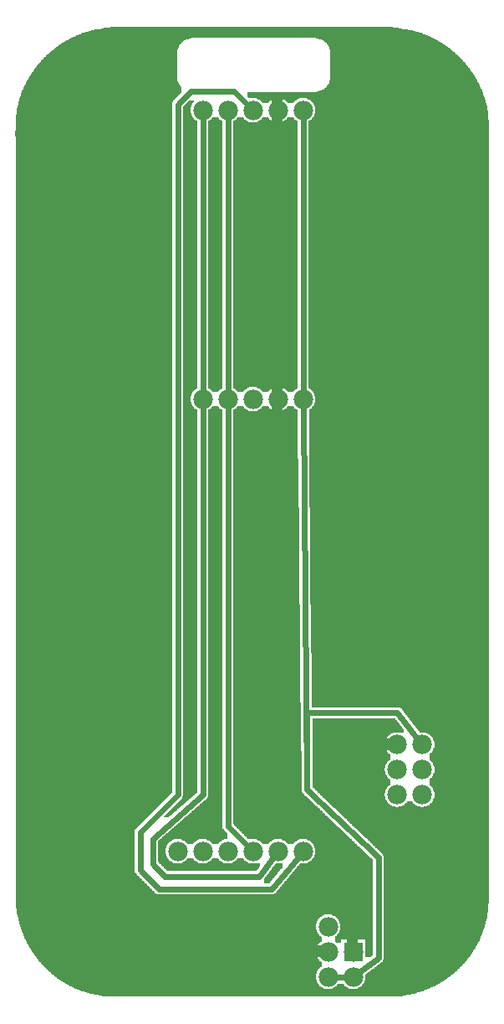
<source format=gbl>
G04 MADE WITH FRITZING*
G04 WWW.FRITZING.ORG*
G04 DOUBLE SIDED*
G04 HOLES PLATED*
G04 CONTOUR ON CENTER OF CONTOUR VECTOR*
%ASAXBY*%
%FSLAX23Y23*%
%MOIN*%
%OFA0B0*%
%SFA1.0B1.0*%
%ADD10C,0.075000*%
%ADD11C,0.078000*%
%ADD12R,0.078000X0.078000*%
%ADD13C,0.024000*%
%LNCOPPER0*%
G90*
G70*
G54D10*
X1700Y3665D03*
X1537Y990D03*
X2068Y4045D03*
G54D11*
X1909Y2646D03*
X1809Y2646D03*
X1709Y2646D03*
X1609Y2646D03*
X1509Y2646D03*
X1909Y3796D03*
X1809Y3796D03*
X1709Y3796D03*
X1609Y3796D03*
X1509Y3796D03*
X2009Y346D03*
X2009Y446D03*
X2009Y546D03*
X1909Y846D03*
X1809Y846D03*
X1709Y846D03*
X1609Y846D03*
X1509Y846D03*
X1409Y846D03*
X2109Y446D03*
X2109Y346D03*
X2284Y1271D03*
X2284Y1171D03*
X2284Y1071D03*
X2284Y1271D03*
X2284Y1171D03*
X2284Y1071D03*
X2384Y1071D03*
X2384Y1171D03*
X2384Y1271D03*
G54D12*
X2109Y446D03*
G54D13*
X1509Y2676D02*
X1509Y3766D01*
D02*
X1609Y2676D02*
X1609Y3766D01*
D02*
X1909Y2676D02*
X1909Y3766D01*
D02*
X1609Y946D02*
X1609Y2616D01*
D02*
X1687Y868D02*
X1609Y946D01*
D02*
X1509Y1071D02*
X1509Y2616D01*
D02*
X1734Y746D02*
X1357Y746D01*
D02*
X1357Y746D02*
X1309Y796D01*
D02*
X1309Y796D02*
X1309Y897D01*
D02*
X1309Y897D02*
X1509Y1071D01*
D02*
X1790Y822D02*
X1734Y746D01*
D02*
X1634Y3872D02*
X1688Y3818D01*
D02*
X1784Y696D02*
X1334Y696D01*
D02*
X1334Y696D02*
X1259Y771D01*
D02*
X1259Y771D02*
X1259Y921D01*
D02*
X1259Y921D02*
X1409Y1071D01*
D02*
X1409Y1071D02*
X1409Y3820D01*
D02*
X1409Y3820D02*
X1460Y3872D01*
D02*
X1460Y3872D02*
X1634Y3872D01*
D02*
X1889Y823D02*
X1784Y696D01*
D02*
X2209Y421D02*
X2133Y364D01*
D02*
X2209Y821D02*
X2209Y421D01*
D02*
X1925Y1092D02*
X2209Y821D01*
D02*
X1909Y2616D02*
X1925Y1092D01*
D02*
X1925Y1398D02*
X2285Y1398D01*
D02*
X2285Y1398D02*
X2365Y1295D01*
D02*
X1925Y1092D02*
X1925Y1398D01*
D02*
X2078Y346D02*
X2039Y346D01*
G36*
X1454Y3836D02*
X1454Y3834D01*
X1452Y3834D01*
X1452Y3832D01*
X1450Y3832D01*
X1450Y3830D01*
X1448Y3830D01*
X1448Y3828D01*
X1446Y3828D01*
X1446Y3826D01*
X1444Y3826D01*
X1444Y3824D01*
X1442Y3824D01*
X1442Y3822D01*
X1440Y3822D01*
X1440Y3820D01*
X1438Y3820D01*
X1438Y3818D01*
X1436Y3818D01*
X1436Y3816D01*
X1434Y3816D01*
X1434Y3814D01*
X1432Y3814D01*
X1432Y3812D01*
X1430Y3812D01*
X1430Y1064D01*
X1428Y1064D01*
X1428Y1060D01*
X1426Y1060D01*
X1426Y1056D01*
X1424Y1056D01*
X1424Y1054D01*
X1422Y1054D01*
X1422Y1052D01*
X1420Y1052D01*
X1420Y1050D01*
X1418Y1050D01*
X1418Y1048D01*
X1416Y1048D01*
X1416Y1046D01*
X1414Y1046D01*
X1414Y1044D01*
X1412Y1044D01*
X1412Y1042D01*
X1410Y1042D01*
X1410Y1040D01*
X1408Y1040D01*
X1408Y1038D01*
X1406Y1038D01*
X1406Y1036D01*
X1404Y1036D01*
X1404Y1034D01*
X1402Y1034D01*
X1402Y1032D01*
X1400Y1032D01*
X1400Y1030D01*
X1398Y1030D01*
X1398Y1028D01*
X1396Y1028D01*
X1396Y1026D01*
X1394Y1026D01*
X1394Y1024D01*
X1392Y1024D01*
X1392Y1022D01*
X1390Y1022D01*
X1390Y1020D01*
X1388Y1020D01*
X1388Y1018D01*
X1386Y1018D01*
X1386Y1016D01*
X1384Y1016D01*
X1384Y1014D01*
X1382Y1014D01*
X1382Y1012D01*
X1380Y1012D01*
X1380Y1010D01*
X1378Y1010D01*
X1378Y1008D01*
X1376Y1008D01*
X1376Y1006D01*
X1374Y1006D01*
X1374Y1004D01*
X1372Y1004D01*
X1372Y1002D01*
X1370Y1002D01*
X1370Y1000D01*
X1368Y1000D01*
X1368Y998D01*
X1366Y998D01*
X1366Y996D01*
X1364Y996D01*
X1364Y994D01*
X1362Y994D01*
X1362Y992D01*
X1360Y992D01*
X1360Y990D01*
X1358Y990D01*
X1358Y988D01*
X1356Y988D01*
X1356Y986D01*
X1354Y986D01*
X1354Y982D01*
X1374Y982D01*
X1374Y984D01*
X1376Y984D01*
X1376Y986D01*
X1378Y986D01*
X1378Y988D01*
X1380Y988D01*
X1380Y990D01*
X1382Y990D01*
X1382Y992D01*
X1386Y992D01*
X1386Y994D01*
X1388Y994D01*
X1388Y996D01*
X1390Y996D01*
X1390Y998D01*
X1392Y998D01*
X1392Y1000D01*
X1394Y1000D01*
X1394Y1002D01*
X1396Y1002D01*
X1396Y1004D01*
X1400Y1004D01*
X1400Y1006D01*
X1402Y1006D01*
X1402Y1008D01*
X1404Y1008D01*
X1404Y1010D01*
X1406Y1010D01*
X1406Y1012D01*
X1408Y1012D01*
X1408Y1014D01*
X1410Y1014D01*
X1410Y1016D01*
X1412Y1016D01*
X1412Y1018D01*
X1416Y1018D01*
X1416Y1020D01*
X1418Y1020D01*
X1418Y1022D01*
X1420Y1022D01*
X1420Y1024D01*
X1422Y1024D01*
X1422Y1026D01*
X1424Y1026D01*
X1424Y1028D01*
X1426Y1028D01*
X1426Y1030D01*
X1430Y1030D01*
X1430Y1032D01*
X1432Y1032D01*
X1432Y1034D01*
X1434Y1034D01*
X1434Y1036D01*
X1436Y1036D01*
X1436Y1038D01*
X1438Y1038D01*
X1438Y1040D01*
X1440Y1040D01*
X1440Y1042D01*
X1442Y1042D01*
X1442Y1044D01*
X1446Y1044D01*
X1446Y1046D01*
X1448Y1046D01*
X1448Y1048D01*
X1450Y1048D01*
X1450Y1050D01*
X1452Y1050D01*
X1452Y1052D01*
X1454Y1052D01*
X1454Y1054D01*
X1456Y1054D01*
X1456Y1056D01*
X1460Y1056D01*
X1460Y1058D01*
X1462Y1058D01*
X1462Y1060D01*
X1464Y1060D01*
X1464Y1062D01*
X1466Y1062D01*
X1466Y1064D01*
X1468Y1064D01*
X1468Y1066D01*
X1470Y1066D01*
X1470Y1068D01*
X1472Y1068D01*
X1472Y1070D01*
X1476Y1070D01*
X1476Y1072D01*
X1478Y1072D01*
X1478Y1074D01*
X1480Y1074D01*
X1480Y1076D01*
X1482Y1076D01*
X1482Y1078D01*
X1484Y1078D01*
X1484Y1080D01*
X1486Y1080D01*
X1486Y2604D01*
X1482Y2604D01*
X1482Y2606D01*
X1480Y2606D01*
X1480Y2608D01*
X1478Y2608D01*
X1478Y2610D01*
X1474Y2610D01*
X1474Y2612D01*
X1472Y2612D01*
X1472Y2616D01*
X1470Y2616D01*
X1470Y2618D01*
X1468Y2618D01*
X1468Y2620D01*
X1466Y2620D01*
X1466Y2624D01*
X1464Y2624D01*
X1464Y2628D01*
X1462Y2628D01*
X1462Y2636D01*
X1460Y2636D01*
X1460Y2658D01*
X1462Y2658D01*
X1462Y2664D01*
X1464Y2664D01*
X1464Y2668D01*
X1466Y2668D01*
X1466Y2672D01*
X1468Y2672D01*
X1468Y2674D01*
X1470Y2674D01*
X1470Y2678D01*
X1472Y2678D01*
X1472Y2680D01*
X1474Y2680D01*
X1474Y2682D01*
X1476Y2682D01*
X1476Y2684D01*
X1478Y2684D01*
X1478Y2686D01*
X1482Y2686D01*
X1482Y2688D01*
X1486Y2688D01*
X1486Y3754D01*
X1482Y3754D01*
X1482Y3756D01*
X1480Y3756D01*
X1480Y3758D01*
X1478Y3758D01*
X1478Y3760D01*
X1474Y3760D01*
X1474Y3762D01*
X1472Y3762D01*
X1472Y3766D01*
X1470Y3766D01*
X1470Y3768D01*
X1468Y3768D01*
X1468Y3770D01*
X1466Y3770D01*
X1466Y3774D01*
X1464Y3774D01*
X1464Y3778D01*
X1462Y3778D01*
X1462Y3786D01*
X1460Y3786D01*
X1460Y3808D01*
X1462Y3808D01*
X1462Y3814D01*
X1464Y3814D01*
X1464Y3818D01*
X1466Y3818D01*
X1466Y3822D01*
X1468Y3822D01*
X1468Y3824D01*
X1470Y3824D01*
X1470Y3828D01*
X1472Y3828D01*
X1472Y3830D01*
X1474Y3830D01*
X1474Y3836D01*
X1454Y3836D01*
G37*
D02*
G36*
X1548Y3768D02*
X1548Y3766D01*
X1546Y3766D01*
X1546Y3764D01*
X1544Y3764D01*
X1544Y3762D01*
X1542Y3762D01*
X1542Y3760D01*
X1540Y3760D01*
X1540Y3758D01*
X1538Y3758D01*
X1538Y3756D01*
X1534Y3756D01*
X1534Y3754D01*
X1530Y3754D01*
X1530Y2690D01*
X1532Y2690D01*
X1532Y2688D01*
X1536Y2688D01*
X1536Y2686D01*
X1538Y2686D01*
X1538Y2684D01*
X1540Y2684D01*
X1540Y2682D01*
X1544Y2682D01*
X1544Y2678D01*
X1546Y2678D01*
X1546Y2676D01*
X1548Y2676D01*
X1548Y2674D01*
X1570Y2674D01*
X1570Y2678D01*
X1572Y2678D01*
X1572Y2680D01*
X1574Y2680D01*
X1574Y2682D01*
X1576Y2682D01*
X1576Y2684D01*
X1578Y2684D01*
X1578Y2686D01*
X1582Y2686D01*
X1582Y2688D01*
X1586Y2688D01*
X1586Y3754D01*
X1582Y3754D01*
X1582Y3756D01*
X1580Y3756D01*
X1580Y3758D01*
X1578Y3758D01*
X1578Y3760D01*
X1574Y3760D01*
X1574Y3762D01*
X1572Y3762D01*
X1572Y3766D01*
X1570Y3766D01*
X1570Y3768D01*
X1548Y3768D01*
G37*
D02*
G36*
X1648Y3768D02*
X1648Y3766D01*
X1646Y3766D01*
X1646Y3764D01*
X1644Y3764D01*
X1644Y3762D01*
X1642Y3762D01*
X1642Y3760D01*
X1640Y3760D01*
X1640Y3758D01*
X1638Y3758D01*
X1638Y3756D01*
X1634Y3756D01*
X1634Y3754D01*
X1630Y3754D01*
X1630Y3748D01*
X1696Y3748D01*
X1696Y3750D01*
X1690Y3750D01*
X1690Y3752D01*
X1686Y3752D01*
X1686Y3754D01*
X1682Y3754D01*
X1682Y3756D01*
X1680Y3756D01*
X1680Y3758D01*
X1678Y3758D01*
X1678Y3760D01*
X1674Y3760D01*
X1674Y3762D01*
X1672Y3762D01*
X1672Y3766D01*
X1670Y3766D01*
X1670Y3768D01*
X1648Y3768D01*
G37*
D02*
G36*
X1748Y3768D02*
X1748Y3766D01*
X1746Y3766D01*
X1746Y3764D01*
X1744Y3764D01*
X1744Y3762D01*
X1742Y3762D01*
X1742Y3760D01*
X1740Y3760D01*
X1740Y3758D01*
X1738Y3758D01*
X1738Y3756D01*
X1734Y3756D01*
X1734Y3754D01*
X1730Y3754D01*
X1730Y3752D01*
X1728Y3752D01*
X1728Y3750D01*
X1720Y3750D01*
X1720Y3748D01*
X1796Y3748D01*
X1796Y3750D01*
X1790Y3750D01*
X1790Y3752D01*
X1786Y3752D01*
X1786Y3754D01*
X1782Y3754D01*
X1782Y3756D01*
X1780Y3756D01*
X1780Y3758D01*
X1778Y3758D01*
X1778Y3760D01*
X1774Y3760D01*
X1774Y3762D01*
X1772Y3762D01*
X1772Y3766D01*
X1770Y3766D01*
X1770Y3768D01*
X1748Y3768D01*
G37*
D02*
G36*
X1848Y3768D02*
X1848Y3766D01*
X1846Y3766D01*
X1846Y3764D01*
X1844Y3764D01*
X1844Y3762D01*
X1842Y3762D01*
X1842Y3760D01*
X1840Y3760D01*
X1840Y3758D01*
X1838Y3758D01*
X1838Y3756D01*
X1834Y3756D01*
X1834Y3754D01*
X1830Y3754D01*
X1830Y3752D01*
X1828Y3752D01*
X1828Y3750D01*
X1820Y3750D01*
X1820Y3748D01*
X1886Y3748D01*
X1886Y3754D01*
X1882Y3754D01*
X1882Y3756D01*
X1880Y3756D01*
X1880Y3758D01*
X1878Y3758D01*
X1878Y3760D01*
X1874Y3760D01*
X1874Y3762D01*
X1872Y3762D01*
X1872Y3766D01*
X1870Y3766D01*
X1870Y3768D01*
X1848Y3768D01*
G37*
D02*
G36*
X1630Y3748D02*
X1630Y3746D01*
X1886Y3746D01*
X1886Y3748D01*
X1630Y3748D01*
G37*
D02*
G36*
X1630Y3748D02*
X1630Y3746D01*
X1886Y3746D01*
X1886Y3748D01*
X1630Y3748D01*
G37*
D02*
G36*
X1630Y3748D02*
X1630Y3746D01*
X1886Y3746D01*
X1886Y3748D01*
X1630Y3748D01*
G37*
D02*
G36*
X1630Y3746D02*
X1630Y2696D01*
X1814Y2696D01*
X1814Y2694D01*
X1822Y2694D01*
X1822Y2692D01*
X1828Y2692D01*
X1828Y2690D01*
X1832Y2690D01*
X1832Y2688D01*
X1836Y2688D01*
X1836Y2686D01*
X1838Y2686D01*
X1838Y2684D01*
X1840Y2684D01*
X1840Y2682D01*
X1844Y2682D01*
X1844Y2678D01*
X1846Y2678D01*
X1846Y2676D01*
X1848Y2676D01*
X1848Y2674D01*
X1870Y2674D01*
X1870Y2678D01*
X1872Y2678D01*
X1872Y2680D01*
X1874Y2680D01*
X1874Y2682D01*
X1876Y2682D01*
X1876Y2684D01*
X1878Y2684D01*
X1878Y2686D01*
X1882Y2686D01*
X1882Y2688D01*
X1886Y2688D01*
X1886Y3746D01*
X1630Y3746D01*
G37*
D02*
G36*
X1630Y2696D02*
X1630Y2690D01*
X1632Y2690D01*
X1632Y2688D01*
X1636Y2688D01*
X1636Y2686D01*
X1638Y2686D01*
X1638Y2684D01*
X1640Y2684D01*
X1640Y2682D01*
X1644Y2682D01*
X1644Y2678D01*
X1646Y2678D01*
X1646Y2676D01*
X1648Y2676D01*
X1648Y2674D01*
X1670Y2674D01*
X1670Y2678D01*
X1672Y2678D01*
X1672Y2680D01*
X1674Y2680D01*
X1674Y2682D01*
X1676Y2682D01*
X1676Y2684D01*
X1678Y2684D01*
X1678Y2686D01*
X1682Y2686D01*
X1682Y2688D01*
X1686Y2688D01*
X1686Y2690D01*
X1688Y2690D01*
X1688Y2692D01*
X1694Y2692D01*
X1694Y2694D01*
X1704Y2694D01*
X1704Y2696D01*
X1630Y2696D01*
G37*
D02*
G36*
X1714Y2696D02*
X1714Y2694D01*
X1722Y2694D01*
X1722Y2692D01*
X1728Y2692D01*
X1728Y2690D01*
X1732Y2690D01*
X1732Y2688D01*
X1736Y2688D01*
X1736Y2686D01*
X1738Y2686D01*
X1738Y2684D01*
X1740Y2684D01*
X1740Y2682D01*
X1744Y2682D01*
X1744Y2678D01*
X1746Y2678D01*
X1746Y2676D01*
X1748Y2676D01*
X1748Y2674D01*
X1770Y2674D01*
X1770Y2678D01*
X1772Y2678D01*
X1772Y2680D01*
X1774Y2680D01*
X1774Y2682D01*
X1776Y2682D01*
X1776Y2684D01*
X1778Y2684D01*
X1778Y2686D01*
X1782Y2686D01*
X1782Y2688D01*
X1786Y2688D01*
X1786Y2690D01*
X1788Y2690D01*
X1788Y2692D01*
X1794Y2692D01*
X1794Y2694D01*
X1804Y2694D01*
X1804Y2696D01*
X1714Y2696D01*
G37*
D02*
G36*
X1548Y2618D02*
X1548Y2616D01*
X1546Y2616D01*
X1546Y2614D01*
X1544Y2614D01*
X1544Y2612D01*
X1542Y2612D01*
X1542Y2610D01*
X1540Y2610D01*
X1540Y2608D01*
X1538Y2608D01*
X1538Y2606D01*
X1534Y2606D01*
X1534Y2604D01*
X1530Y2604D01*
X1530Y1062D01*
X1528Y1062D01*
X1528Y1058D01*
X1526Y1058D01*
X1526Y1056D01*
X1524Y1056D01*
X1524Y1054D01*
X1522Y1054D01*
X1522Y1052D01*
X1520Y1052D01*
X1520Y1050D01*
X1518Y1050D01*
X1518Y1048D01*
X1514Y1048D01*
X1514Y1046D01*
X1512Y1046D01*
X1512Y1044D01*
X1510Y1044D01*
X1510Y1042D01*
X1508Y1042D01*
X1508Y1040D01*
X1506Y1040D01*
X1506Y1038D01*
X1504Y1038D01*
X1504Y1036D01*
X1500Y1036D01*
X1500Y1034D01*
X1498Y1034D01*
X1498Y1032D01*
X1496Y1032D01*
X1496Y1030D01*
X1494Y1030D01*
X1494Y1028D01*
X1492Y1028D01*
X1492Y1026D01*
X1490Y1026D01*
X1490Y1024D01*
X1488Y1024D01*
X1488Y1022D01*
X1484Y1022D01*
X1484Y1020D01*
X1482Y1020D01*
X1482Y1018D01*
X1480Y1018D01*
X1480Y1016D01*
X1478Y1016D01*
X1478Y1014D01*
X1476Y1014D01*
X1476Y1012D01*
X1474Y1012D01*
X1474Y1010D01*
X1470Y1010D01*
X1470Y1008D01*
X1468Y1008D01*
X1468Y1006D01*
X1466Y1006D01*
X1466Y1004D01*
X1464Y1004D01*
X1464Y1002D01*
X1462Y1002D01*
X1462Y1000D01*
X1460Y1000D01*
X1460Y998D01*
X1458Y998D01*
X1458Y996D01*
X1454Y996D01*
X1454Y994D01*
X1452Y994D01*
X1452Y992D01*
X1450Y992D01*
X1450Y990D01*
X1448Y990D01*
X1448Y988D01*
X1446Y988D01*
X1446Y986D01*
X1444Y986D01*
X1444Y984D01*
X1440Y984D01*
X1440Y982D01*
X1438Y982D01*
X1438Y980D01*
X1436Y980D01*
X1436Y978D01*
X1434Y978D01*
X1434Y976D01*
X1432Y976D01*
X1432Y974D01*
X1430Y974D01*
X1430Y972D01*
X1428Y972D01*
X1428Y970D01*
X1424Y970D01*
X1424Y968D01*
X1422Y968D01*
X1422Y966D01*
X1420Y966D01*
X1420Y964D01*
X1418Y964D01*
X1418Y962D01*
X1416Y962D01*
X1416Y960D01*
X1414Y960D01*
X1414Y958D01*
X1410Y958D01*
X1410Y956D01*
X1408Y956D01*
X1408Y954D01*
X1406Y954D01*
X1406Y952D01*
X1404Y952D01*
X1404Y950D01*
X1402Y950D01*
X1402Y948D01*
X1400Y948D01*
X1400Y946D01*
X1398Y946D01*
X1398Y944D01*
X1394Y944D01*
X1394Y942D01*
X1392Y942D01*
X1392Y940D01*
X1390Y940D01*
X1390Y938D01*
X1388Y938D01*
X1388Y936D01*
X1386Y936D01*
X1386Y934D01*
X1384Y934D01*
X1384Y932D01*
X1380Y932D01*
X1380Y930D01*
X1378Y930D01*
X1378Y928D01*
X1376Y928D01*
X1376Y926D01*
X1374Y926D01*
X1374Y924D01*
X1372Y924D01*
X1372Y922D01*
X1370Y922D01*
X1370Y920D01*
X1368Y920D01*
X1368Y918D01*
X1364Y918D01*
X1364Y916D01*
X1362Y916D01*
X1362Y914D01*
X1360Y914D01*
X1360Y912D01*
X1358Y912D01*
X1358Y910D01*
X1356Y910D01*
X1356Y908D01*
X1354Y908D01*
X1354Y906D01*
X1350Y906D01*
X1350Y904D01*
X1348Y904D01*
X1348Y902D01*
X1346Y902D01*
X1346Y900D01*
X1344Y900D01*
X1344Y898D01*
X1342Y898D01*
X1342Y896D01*
X1514Y896D01*
X1514Y894D01*
X1522Y894D01*
X1522Y892D01*
X1528Y892D01*
X1528Y890D01*
X1532Y890D01*
X1532Y888D01*
X1536Y888D01*
X1536Y886D01*
X1538Y886D01*
X1538Y884D01*
X1540Y884D01*
X1540Y882D01*
X1544Y882D01*
X1544Y878D01*
X1546Y878D01*
X1546Y876D01*
X1548Y876D01*
X1548Y874D01*
X1570Y874D01*
X1570Y878D01*
X1572Y878D01*
X1572Y880D01*
X1574Y880D01*
X1574Y882D01*
X1576Y882D01*
X1576Y884D01*
X1578Y884D01*
X1578Y886D01*
X1582Y886D01*
X1582Y888D01*
X1586Y888D01*
X1586Y890D01*
X1588Y890D01*
X1588Y892D01*
X1594Y892D01*
X1594Y894D01*
X1604Y894D01*
X1604Y896D01*
X1608Y896D01*
X1608Y916D01*
X1606Y916D01*
X1606Y918D01*
X1604Y918D01*
X1604Y920D01*
X1602Y920D01*
X1602Y922D01*
X1600Y922D01*
X1600Y924D01*
X1598Y924D01*
X1598Y926D01*
X1596Y926D01*
X1596Y928D01*
X1594Y928D01*
X1594Y930D01*
X1592Y930D01*
X1592Y934D01*
X1590Y934D01*
X1590Y936D01*
X1588Y936D01*
X1588Y942D01*
X1586Y942D01*
X1586Y2604D01*
X1582Y2604D01*
X1582Y2606D01*
X1580Y2606D01*
X1580Y2608D01*
X1578Y2608D01*
X1578Y2610D01*
X1574Y2610D01*
X1574Y2612D01*
X1572Y2612D01*
X1572Y2616D01*
X1570Y2616D01*
X1570Y2618D01*
X1548Y2618D01*
G37*
D02*
G36*
X1340Y896D02*
X1340Y894D01*
X1338Y894D01*
X1338Y892D01*
X1334Y892D01*
X1334Y890D01*
X1332Y890D01*
X1332Y888D01*
X1330Y888D01*
X1330Y804D01*
X1332Y804D01*
X1332Y802D01*
X1334Y802D01*
X1334Y800D01*
X1336Y800D01*
X1336Y798D01*
X1396Y798D01*
X1396Y800D01*
X1390Y800D01*
X1390Y802D01*
X1386Y802D01*
X1386Y804D01*
X1382Y804D01*
X1382Y806D01*
X1380Y806D01*
X1380Y808D01*
X1378Y808D01*
X1378Y810D01*
X1374Y810D01*
X1374Y812D01*
X1372Y812D01*
X1372Y816D01*
X1370Y816D01*
X1370Y818D01*
X1368Y818D01*
X1368Y820D01*
X1366Y820D01*
X1366Y824D01*
X1364Y824D01*
X1364Y828D01*
X1362Y828D01*
X1362Y836D01*
X1360Y836D01*
X1360Y858D01*
X1362Y858D01*
X1362Y864D01*
X1364Y864D01*
X1364Y868D01*
X1366Y868D01*
X1366Y872D01*
X1368Y872D01*
X1368Y874D01*
X1370Y874D01*
X1370Y878D01*
X1372Y878D01*
X1372Y880D01*
X1374Y880D01*
X1374Y882D01*
X1376Y882D01*
X1376Y884D01*
X1378Y884D01*
X1378Y886D01*
X1382Y886D01*
X1382Y888D01*
X1386Y888D01*
X1386Y890D01*
X1388Y890D01*
X1388Y892D01*
X1394Y892D01*
X1394Y894D01*
X1404Y894D01*
X1404Y896D01*
X1340Y896D01*
G37*
D02*
G36*
X1414Y896D02*
X1414Y894D01*
X1422Y894D01*
X1422Y892D01*
X1428Y892D01*
X1428Y890D01*
X1432Y890D01*
X1432Y888D01*
X1436Y888D01*
X1436Y886D01*
X1438Y886D01*
X1438Y884D01*
X1440Y884D01*
X1440Y882D01*
X1444Y882D01*
X1444Y878D01*
X1446Y878D01*
X1446Y876D01*
X1448Y876D01*
X1448Y874D01*
X1470Y874D01*
X1470Y878D01*
X1472Y878D01*
X1472Y880D01*
X1474Y880D01*
X1474Y882D01*
X1476Y882D01*
X1476Y884D01*
X1478Y884D01*
X1478Y886D01*
X1482Y886D01*
X1482Y888D01*
X1486Y888D01*
X1486Y890D01*
X1488Y890D01*
X1488Y892D01*
X1494Y892D01*
X1494Y894D01*
X1504Y894D01*
X1504Y896D01*
X1414Y896D01*
G37*
D02*
G36*
X1448Y818D02*
X1448Y816D01*
X1446Y816D01*
X1446Y814D01*
X1444Y814D01*
X1444Y812D01*
X1442Y812D01*
X1442Y810D01*
X1440Y810D01*
X1440Y808D01*
X1438Y808D01*
X1438Y806D01*
X1434Y806D01*
X1434Y804D01*
X1430Y804D01*
X1430Y802D01*
X1428Y802D01*
X1428Y800D01*
X1420Y800D01*
X1420Y798D01*
X1496Y798D01*
X1496Y800D01*
X1490Y800D01*
X1490Y802D01*
X1486Y802D01*
X1486Y804D01*
X1482Y804D01*
X1482Y806D01*
X1480Y806D01*
X1480Y808D01*
X1478Y808D01*
X1478Y810D01*
X1474Y810D01*
X1474Y812D01*
X1472Y812D01*
X1472Y816D01*
X1470Y816D01*
X1470Y818D01*
X1448Y818D01*
G37*
D02*
G36*
X1548Y818D02*
X1548Y816D01*
X1546Y816D01*
X1546Y814D01*
X1544Y814D01*
X1544Y812D01*
X1542Y812D01*
X1542Y810D01*
X1540Y810D01*
X1540Y808D01*
X1538Y808D01*
X1538Y806D01*
X1534Y806D01*
X1534Y804D01*
X1530Y804D01*
X1530Y802D01*
X1528Y802D01*
X1528Y800D01*
X1520Y800D01*
X1520Y798D01*
X1596Y798D01*
X1596Y800D01*
X1590Y800D01*
X1590Y802D01*
X1586Y802D01*
X1586Y804D01*
X1582Y804D01*
X1582Y806D01*
X1580Y806D01*
X1580Y808D01*
X1578Y808D01*
X1578Y810D01*
X1574Y810D01*
X1574Y812D01*
X1572Y812D01*
X1572Y816D01*
X1570Y816D01*
X1570Y818D01*
X1548Y818D01*
G37*
D02*
G36*
X1648Y818D02*
X1648Y816D01*
X1646Y816D01*
X1646Y814D01*
X1644Y814D01*
X1644Y812D01*
X1642Y812D01*
X1642Y810D01*
X1640Y810D01*
X1640Y808D01*
X1638Y808D01*
X1638Y806D01*
X1634Y806D01*
X1634Y804D01*
X1630Y804D01*
X1630Y802D01*
X1628Y802D01*
X1628Y800D01*
X1620Y800D01*
X1620Y798D01*
X1696Y798D01*
X1696Y800D01*
X1690Y800D01*
X1690Y802D01*
X1686Y802D01*
X1686Y804D01*
X1682Y804D01*
X1682Y806D01*
X1680Y806D01*
X1680Y808D01*
X1678Y808D01*
X1678Y810D01*
X1674Y810D01*
X1674Y812D01*
X1672Y812D01*
X1672Y816D01*
X1670Y816D01*
X1670Y818D01*
X1648Y818D01*
G37*
D02*
G36*
X1338Y798D02*
X1338Y796D01*
X1736Y796D01*
X1736Y798D01*
X1338Y798D01*
G37*
D02*
G36*
X1338Y798D02*
X1338Y796D01*
X1736Y796D01*
X1736Y798D01*
X1338Y798D01*
G37*
D02*
G36*
X1338Y798D02*
X1338Y796D01*
X1736Y796D01*
X1736Y798D01*
X1338Y798D01*
G37*
D02*
G36*
X1338Y798D02*
X1338Y796D01*
X1736Y796D01*
X1736Y798D01*
X1338Y798D01*
G37*
D02*
G36*
X1340Y796D02*
X1340Y794D01*
X1342Y794D01*
X1342Y792D01*
X1344Y792D01*
X1344Y790D01*
X1346Y790D01*
X1346Y788D01*
X1348Y788D01*
X1348Y786D01*
X1350Y786D01*
X1350Y784D01*
X1352Y784D01*
X1352Y782D01*
X1354Y782D01*
X1354Y780D01*
X1356Y780D01*
X1356Y778D01*
X1358Y778D01*
X1358Y776D01*
X1360Y776D01*
X1360Y774D01*
X1362Y774D01*
X1362Y772D01*
X1364Y772D01*
X1364Y770D01*
X1366Y770D01*
X1366Y768D01*
X1724Y768D01*
X1724Y772D01*
X1726Y772D01*
X1726Y774D01*
X1728Y774D01*
X1728Y776D01*
X1730Y776D01*
X1730Y780D01*
X1732Y780D01*
X1732Y782D01*
X1734Y782D01*
X1734Y784D01*
X1736Y784D01*
X1736Y796D01*
X1340Y796D01*
G37*
D02*
G36*
X1140Y4128D02*
X1140Y4126D01*
X1126Y4126D01*
X1126Y4124D01*
X1114Y4124D01*
X1114Y4122D01*
X1102Y4122D01*
X1102Y4120D01*
X1088Y4120D01*
X1088Y4118D01*
X1078Y4118D01*
X1078Y4116D01*
X1068Y4116D01*
X1068Y4114D01*
X1062Y4114D01*
X1062Y4112D01*
X1054Y4112D01*
X1054Y4110D01*
X1046Y4110D01*
X1046Y4108D01*
X1040Y4108D01*
X1040Y4106D01*
X1034Y4106D01*
X1034Y4104D01*
X1028Y4104D01*
X1028Y4102D01*
X1022Y4102D01*
X1022Y4100D01*
X1018Y4100D01*
X1018Y4098D01*
X1012Y4098D01*
X1012Y4096D01*
X1008Y4096D01*
X1008Y4094D01*
X1004Y4094D01*
X1004Y4092D01*
X1000Y4092D01*
X1000Y4090D01*
X994Y4090D01*
X994Y4088D01*
X990Y4088D01*
X990Y4086D01*
X986Y4086D01*
X986Y4084D01*
X1960Y4084D01*
X1960Y4082D01*
X1970Y4082D01*
X1970Y4080D01*
X1978Y4080D01*
X1978Y4078D01*
X1982Y4078D01*
X1982Y4076D01*
X1986Y4076D01*
X1986Y4074D01*
X1990Y4074D01*
X1990Y4072D01*
X1994Y4072D01*
X1994Y4070D01*
X1996Y4070D01*
X1996Y4068D01*
X1998Y4068D01*
X1998Y4066D01*
X2000Y4066D01*
X2000Y4064D01*
X2002Y4064D01*
X2002Y4062D01*
X2004Y4062D01*
X2004Y4060D01*
X2006Y4060D01*
X2006Y4058D01*
X2008Y4058D01*
X2008Y4054D01*
X2010Y4054D01*
X2010Y4050D01*
X2012Y4050D01*
X2012Y4046D01*
X2014Y4046D01*
X2014Y4040D01*
X2016Y4040D01*
X2016Y4032D01*
X2018Y4032D01*
X2018Y3922D01*
X2016Y3922D01*
X2016Y3914D01*
X2014Y3914D01*
X2014Y3908D01*
X2012Y3908D01*
X2012Y3902D01*
X2010Y3902D01*
X2010Y3900D01*
X2008Y3900D01*
X2008Y3896D01*
X2006Y3896D01*
X2006Y3894D01*
X2004Y3894D01*
X2004Y3890D01*
X2002Y3890D01*
X2002Y3888D01*
X2000Y3888D01*
X2000Y3886D01*
X1996Y3886D01*
X1996Y3884D01*
X1994Y3884D01*
X1994Y3882D01*
X1992Y3882D01*
X1992Y3880D01*
X1988Y3880D01*
X1988Y3878D01*
X1984Y3878D01*
X1984Y3876D01*
X1978Y3876D01*
X1978Y3874D01*
X1972Y3874D01*
X1972Y3872D01*
X1964Y3872D01*
X1964Y3870D01*
X1686Y3870D01*
X1686Y3850D01*
X1688Y3850D01*
X1688Y3848D01*
X1690Y3848D01*
X1690Y3846D01*
X1914Y3846D01*
X1914Y3844D01*
X1922Y3844D01*
X1922Y3842D01*
X1928Y3842D01*
X1928Y3840D01*
X1932Y3840D01*
X1932Y3838D01*
X1936Y3838D01*
X1936Y3836D01*
X1938Y3836D01*
X1938Y3834D01*
X1940Y3834D01*
X1940Y3832D01*
X1944Y3832D01*
X1944Y3828D01*
X1946Y3828D01*
X1946Y3826D01*
X1948Y3826D01*
X1948Y3824D01*
X1950Y3824D01*
X1950Y3820D01*
X1952Y3820D01*
X1952Y3816D01*
X1954Y3816D01*
X1954Y3812D01*
X1956Y3812D01*
X1956Y3802D01*
X1958Y3802D01*
X1958Y3790D01*
X1956Y3790D01*
X1956Y3782D01*
X1954Y3782D01*
X1954Y3776D01*
X1952Y3776D01*
X1952Y3772D01*
X1950Y3772D01*
X1950Y3768D01*
X1948Y3768D01*
X1948Y3766D01*
X1946Y3766D01*
X1946Y3764D01*
X1944Y3764D01*
X1944Y3762D01*
X1942Y3762D01*
X1942Y3760D01*
X1940Y3760D01*
X1940Y3758D01*
X1938Y3758D01*
X1938Y3756D01*
X1934Y3756D01*
X1934Y3754D01*
X1930Y3754D01*
X1930Y2690D01*
X1932Y2690D01*
X1932Y2688D01*
X1936Y2688D01*
X1936Y2686D01*
X1938Y2686D01*
X1938Y2684D01*
X1940Y2684D01*
X1940Y2682D01*
X1944Y2682D01*
X1944Y2678D01*
X1946Y2678D01*
X1946Y2676D01*
X1948Y2676D01*
X1948Y2674D01*
X1950Y2674D01*
X1950Y2670D01*
X1952Y2670D01*
X1952Y2666D01*
X1954Y2666D01*
X1954Y2660D01*
X1956Y2660D01*
X1956Y2652D01*
X1958Y2652D01*
X1958Y2640D01*
X1956Y2640D01*
X1956Y2632D01*
X1954Y2632D01*
X1954Y2626D01*
X1952Y2626D01*
X1952Y2622D01*
X1950Y2622D01*
X1950Y2618D01*
X1948Y2618D01*
X1948Y2616D01*
X1946Y2616D01*
X1946Y2614D01*
X1944Y2614D01*
X1944Y2612D01*
X1942Y2612D01*
X1942Y2610D01*
X1940Y2610D01*
X1940Y2608D01*
X1938Y2608D01*
X1938Y2606D01*
X1934Y2606D01*
X1934Y2604D01*
X1932Y2604D01*
X1932Y2408D01*
X1934Y2408D01*
X1934Y2214D01*
X1936Y2214D01*
X1936Y2020D01*
X1938Y2020D01*
X1938Y1828D01*
X1940Y1828D01*
X1940Y1634D01*
X1942Y1634D01*
X1942Y1440D01*
X1944Y1440D01*
X1944Y1420D01*
X2292Y1420D01*
X2292Y1418D01*
X2296Y1418D01*
X2296Y1416D01*
X2300Y1416D01*
X2300Y1414D01*
X2302Y1414D01*
X2302Y1410D01*
X2304Y1410D01*
X2304Y1408D01*
X2306Y1408D01*
X2306Y1406D01*
X2308Y1406D01*
X2308Y1404D01*
X2310Y1404D01*
X2310Y1400D01*
X2312Y1400D01*
X2312Y1398D01*
X2314Y1398D01*
X2314Y1396D01*
X2316Y1396D01*
X2316Y1392D01*
X2318Y1392D01*
X2318Y1390D01*
X2320Y1390D01*
X2320Y1388D01*
X2322Y1388D01*
X2322Y1386D01*
X2324Y1386D01*
X2324Y1382D01*
X2326Y1382D01*
X2326Y1380D01*
X2328Y1380D01*
X2328Y1378D01*
X2330Y1378D01*
X2330Y1374D01*
X2332Y1374D01*
X2332Y1372D01*
X2334Y1372D01*
X2334Y1370D01*
X2336Y1370D01*
X2336Y1368D01*
X2338Y1368D01*
X2338Y1364D01*
X2340Y1364D01*
X2340Y1362D01*
X2342Y1362D01*
X2342Y1360D01*
X2344Y1360D01*
X2344Y1356D01*
X2346Y1356D01*
X2346Y1354D01*
X2348Y1354D01*
X2348Y1352D01*
X2350Y1352D01*
X2350Y1350D01*
X2352Y1350D01*
X2352Y1346D01*
X2354Y1346D01*
X2354Y1344D01*
X2356Y1344D01*
X2356Y1342D01*
X2358Y1342D01*
X2358Y1338D01*
X2360Y1338D01*
X2360Y1336D01*
X2362Y1336D01*
X2362Y1334D01*
X2364Y1334D01*
X2364Y1332D01*
X2366Y1332D01*
X2366Y1328D01*
X2368Y1328D01*
X2368Y1326D01*
X2370Y1326D01*
X2370Y1324D01*
X2372Y1324D01*
X2372Y1320D01*
X2394Y1320D01*
X2394Y1318D01*
X2400Y1318D01*
X2400Y1316D01*
X2406Y1316D01*
X2406Y1314D01*
X2408Y1314D01*
X2408Y1312D01*
X2412Y1312D01*
X2412Y1310D01*
X2414Y1310D01*
X2414Y1308D01*
X2416Y1308D01*
X2416Y1306D01*
X2418Y1306D01*
X2418Y1304D01*
X2420Y1304D01*
X2420Y1302D01*
X2422Y1302D01*
X2422Y1300D01*
X2424Y1300D01*
X2424Y1298D01*
X2426Y1298D01*
X2426Y1294D01*
X2428Y1294D01*
X2428Y1290D01*
X2430Y1290D01*
X2430Y1282D01*
X2432Y1282D01*
X2432Y1260D01*
X2430Y1260D01*
X2430Y1254D01*
X2428Y1254D01*
X2428Y1250D01*
X2426Y1250D01*
X2426Y1246D01*
X2424Y1246D01*
X2424Y1242D01*
X2422Y1242D01*
X2422Y1240D01*
X2420Y1240D01*
X2420Y1238D01*
X2418Y1238D01*
X2418Y1236D01*
X2416Y1236D01*
X2416Y1234D01*
X2414Y1234D01*
X2414Y1232D01*
X2412Y1232D01*
X2412Y1210D01*
X2414Y1210D01*
X2414Y1208D01*
X2416Y1208D01*
X2416Y1206D01*
X2418Y1206D01*
X2418Y1204D01*
X2420Y1204D01*
X2420Y1202D01*
X2422Y1202D01*
X2422Y1200D01*
X2424Y1200D01*
X2424Y1198D01*
X2426Y1198D01*
X2426Y1194D01*
X2428Y1194D01*
X2428Y1190D01*
X2430Y1190D01*
X2430Y1182D01*
X2432Y1182D01*
X2432Y1160D01*
X2430Y1160D01*
X2430Y1154D01*
X2428Y1154D01*
X2428Y1150D01*
X2426Y1150D01*
X2426Y1146D01*
X2424Y1146D01*
X2424Y1142D01*
X2422Y1142D01*
X2422Y1140D01*
X2420Y1140D01*
X2420Y1138D01*
X2418Y1138D01*
X2418Y1136D01*
X2416Y1136D01*
X2416Y1134D01*
X2414Y1134D01*
X2414Y1132D01*
X2412Y1132D01*
X2412Y1110D01*
X2414Y1110D01*
X2414Y1108D01*
X2416Y1108D01*
X2416Y1106D01*
X2418Y1106D01*
X2418Y1104D01*
X2420Y1104D01*
X2420Y1102D01*
X2422Y1102D01*
X2422Y1100D01*
X2424Y1100D01*
X2424Y1098D01*
X2426Y1098D01*
X2426Y1094D01*
X2428Y1094D01*
X2428Y1090D01*
X2430Y1090D01*
X2430Y1082D01*
X2432Y1082D01*
X2432Y1060D01*
X2430Y1060D01*
X2430Y1054D01*
X2428Y1054D01*
X2428Y1050D01*
X2426Y1050D01*
X2426Y1046D01*
X2424Y1046D01*
X2424Y1042D01*
X2422Y1042D01*
X2422Y1040D01*
X2420Y1040D01*
X2420Y1038D01*
X2418Y1038D01*
X2418Y1036D01*
X2416Y1036D01*
X2416Y1034D01*
X2414Y1034D01*
X2414Y1032D01*
X2412Y1032D01*
X2412Y1030D01*
X2408Y1030D01*
X2408Y1028D01*
X2404Y1028D01*
X2404Y1026D01*
X2398Y1026D01*
X2398Y1024D01*
X2390Y1024D01*
X2390Y1022D01*
X2650Y1022D01*
X2650Y3760D01*
X2648Y3760D01*
X2648Y3780D01*
X2646Y3780D01*
X2646Y3794D01*
X2644Y3794D01*
X2644Y3806D01*
X2642Y3806D01*
X2642Y3814D01*
X2640Y3814D01*
X2640Y3824D01*
X2638Y3824D01*
X2638Y3830D01*
X2636Y3830D01*
X2636Y3838D01*
X2634Y3838D01*
X2634Y3844D01*
X2632Y3844D01*
X2632Y3850D01*
X2630Y3850D01*
X2630Y3856D01*
X2628Y3856D01*
X2628Y3862D01*
X2626Y3862D01*
X2626Y3868D01*
X2624Y3868D01*
X2624Y3872D01*
X2622Y3872D01*
X2622Y3878D01*
X2620Y3878D01*
X2620Y3882D01*
X2618Y3882D01*
X2618Y3886D01*
X2616Y3886D01*
X2616Y3890D01*
X2614Y3890D01*
X2614Y3894D01*
X2612Y3894D01*
X2612Y3900D01*
X2610Y3900D01*
X2610Y3904D01*
X2608Y3904D01*
X2608Y3908D01*
X2606Y3908D01*
X2606Y3910D01*
X2604Y3910D01*
X2604Y3914D01*
X2602Y3914D01*
X2602Y3918D01*
X2600Y3918D01*
X2600Y3922D01*
X2598Y3922D01*
X2598Y3924D01*
X2596Y3924D01*
X2596Y3928D01*
X2594Y3928D01*
X2594Y3932D01*
X2592Y3932D01*
X2592Y3934D01*
X2590Y3934D01*
X2590Y3938D01*
X2588Y3938D01*
X2588Y3942D01*
X2586Y3942D01*
X2586Y3944D01*
X2584Y3944D01*
X2584Y3948D01*
X2582Y3948D01*
X2582Y3950D01*
X2580Y3950D01*
X2580Y3952D01*
X2578Y3952D01*
X2578Y3956D01*
X2576Y3956D01*
X2576Y3958D01*
X2574Y3958D01*
X2574Y3962D01*
X2572Y3962D01*
X2572Y3964D01*
X2570Y3964D01*
X2570Y3966D01*
X2568Y3966D01*
X2568Y3970D01*
X2566Y3970D01*
X2566Y3972D01*
X2564Y3972D01*
X2564Y3974D01*
X2562Y3974D01*
X2562Y3976D01*
X2560Y3976D01*
X2560Y3980D01*
X2558Y3980D01*
X2558Y3982D01*
X2556Y3982D01*
X2556Y3984D01*
X2554Y3984D01*
X2554Y3986D01*
X2552Y3986D01*
X2552Y3988D01*
X2550Y3988D01*
X2550Y3990D01*
X2548Y3990D01*
X2548Y3992D01*
X2546Y3992D01*
X2546Y3996D01*
X2544Y3996D01*
X2544Y3998D01*
X2542Y3998D01*
X2542Y4000D01*
X2540Y4000D01*
X2540Y4002D01*
X2538Y4002D01*
X2538Y4004D01*
X2536Y4004D01*
X2536Y4006D01*
X2534Y4006D01*
X2534Y4008D01*
X2532Y4008D01*
X2532Y4010D01*
X2530Y4010D01*
X2530Y4012D01*
X2528Y4012D01*
X2528Y4014D01*
X2526Y4014D01*
X2526Y4016D01*
X2524Y4016D01*
X2524Y4018D01*
X2522Y4018D01*
X2522Y4020D01*
X2518Y4020D01*
X2518Y4022D01*
X2516Y4022D01*
X2516Y4024D01*
X2514Y4024D01*
X2514Y4026D01*
X2512Y4026D01*
X2512Y4028D01*
X2510Y4028D01*
X2510Y4030D01*
X2508Y4030D01*
X2508Y4032D01*
X2504Y4032D01*
X2504Y4034D01*
X2502Y4034D01*
X2502Y4036D01*
X2500Y4036D01*
X2500Y4038D01*
X2498Y4038D01*
X2498Y4040D01*
X2496Y4040D01*
X2496Y4042D01*
X2492Y4042D01*
X2492Y4044D01*
X2490Y4044D01*
X2490Y4046D01*
X2488Y4046D01*
X2488Y4048D01*
X2484Y4048D01*
X2484Y4050D01*
X2482Y4050D01*
X2482Y4052D01*
X2478Y4052D01*
X2478Y4054D01*
X2476Y4054D01*
X2476Y4056D01*
X2474Y4056D01*
X2474Y4058D01*
X2470Y4058D01*
X2470Y4060D01*
X2468Y4060D01*
X2468Y4062D01*
X2464Y4062D01*
X2464Y4064D01*
X2460Y4064D01*
X2460Y4066D01*
X2458Y4066D01*
X2458Y4068D01*
X2454Y4068D01*
X2454Y4070D01*
X2450Y4070D01*
X2450Y4072D01*
X2448Y4072D01*
X2448Y4074D01*
X2444Y4074D01*
X2444Y4076D01*
X2440Y4076D01*
X2440Y4078D01*
X2436Y4078D01*
X2436Y4080D01*
X2432Y4080D01*
X2432Y4082D01*
X2428Y4082D01*
X2428Y4084D01*
X2424Y4084D01*
X2424Y4086D01*
X2420Y4086D01*
X2420Y4088D01*
X2416Y4088D01*
X2416Y4090D01*
X2412Y4090D01*
X2412Y4092D01*
X2408Y4092D01*
X2408Y4094D01*
X2402Y4094D01*
X2402Y4096D01*
X2398Y4096D01*
X2398Y4098D01*
X2392Y4098D01*
X2392Y4100D01*
X2388Y4100D01*
X2388Y4102D01*
X2382Y4102D01*
X2382Y4104D01*
X2376Y4104D01*
X2376Y4106D01*
X2370Y4106D01*
X2370Y4108D01*
X2362Y4108D01*
X2362Y4110D01*
X2356Y4110D01*
X2356Y4112D01*
X2348Y4112D01*
X2348Y4114D01*
X2338Y4114D01*
X2338Y4116D01*
X2328Y4116D01*
X2328Y4118D01*
X2316Y4118D01*
X2316Y4120D01*
X2302Y4120D01*
X2302Y4122D01*
X2290Y4122D01*
X2290Y4124D01*
X2278Y4124D01*
X2278Y4126D01*
X2268Y4126D01*
X2268Y4128D01*
X1140Y4128D01*
G37*
D02*
G36*
X982Y4084D02*
X982Y4082D01*
X978Y4082D01*
X978Y4080D01*
X974Y4080D01*
X974Y4078D01*
X972Y4078D01*
X972Y4076D01*
X968Y4076D01*
X968Y4074D01*
X964Y4074D01*
X964Y4072D01*
X960Y4072D01*
X960Y4070D01*
X958Y4070D01*
X958Y4068D01*
X954Y4068D01*
X954Y4066D01*
X950Y4066D01*
X950Y4064D01*
X948Y4064D01*
X948Y4062D01*
X944Y4062D01*
X944Y4060D01*
X942Y4060D01*
X942Y4058D01*
X938Y4058D01*
X938Y4056D01*
X936Y4056D01*
X936Y4054D01*
X932Y4054D01*
X932Y4052D01*
X930Y4052D01*
X930Y4050D01*
X928Y4050D01*
X928Y4048D01*
X924Y4048D01*
X924Y4046D01*
X922Y4046D01*
X922Y4044D01*
X920Y4044D01*
X920Y4042D01*
X916Y4042D01*
X916Y4040D01*
X914Y4040D01*
X914Y4038D01*
X912Y4038D01*
X912Y4036D01*
X910Y4036D01*
X910Y4034D01*
X906Y4034D01*
X906Y4032D01*
X904Y4032D01*
X904Y4030D01*
X902Y4030D01*
X902Y4028D01*
X900Y4028D01*
X900Y4026D01*
X898Y4026D01*
X898Y4024D01*
X896Y4024D01*
X896Y4022D01*
X892Y4022D01*
X892Y4020D01*
X890Y4020D01*
X890Y4018D01*
X888Y4018D01*
X888Y4016D01*
X886Y4016D01*
X886Y4014D01*
X884Y4014D01*
X884Y4012D01*
X882Y4012D01*
X882Y4010D01*
X880Y4010D01*
X880Y4008D01*
X878Y4008D01*
X878Y4006D01*
X876Y4006D01*
X876Y4004D01*
X874Y4004D01*
X874Y4002D01*
X872Y4002D01*
X872Y4000D01*
X870Y4000D01*
X870Y3998D01*
X868Y3998D01*
X868Y3996D01*
X866Y3996D01*
X866Y3994D01*
X864Y3994D01*
X864Y3990D01*
X862Y3990D01*
X862Y3988D01*
X860Y3988D01*
X860Y3986D01*
X858Y3986D01*
X858Y3984D01*
X856Y3984D01*
X856Y3982D01*
X854Y3982D01*
X854Y3980D01*
X852Y3980D01*
X852Y3978D01*
X850Y3978D01*
X850Y3974D01*
X848Y3974D01*
X848Y3972D01*
X846Y3972D01*
X846Y3970D01*
X844Y3970D01*
X844Y3968D01*
X842Y3968D01*
X842Y3964D01*
X840Y3964D01*
X840Y3962D01*
X838Y3962D01*
X838Y3960D01*
X836Y3960D01*
X836Y3956D01*
X834Y3956D01*
X834Y3954D01*
X832Y3954D01*
X832Y3950D01*
X830Y3950D01*
X830Y3948D01*
X828Y3948D01*
X828Y3944D01*
X826Y3944D01*
X826Y3942D01*
X824Y3942D01*
X824Y3938D01*
X822Y3938D01*
X822Y3936D01*
X820Y3936D01*
X820Y3932D01*
X818Y3932D01*
X818Y3930D01*
X816Y3930D01*
X816Y3926D01*
X814Y3926D01*
X814Y3922D01*
X812Y3922D01*
X812Y3920D01*
X810Y3920D01*
X810Y3916D01*
X808Y3916D01*
X808Y3912D01*
X806Y3912D01*
X806Y3908D01*
X804Y3908D01*
X804Y3904D01*
X802Y3904D01*
X802Y3900D01*
X800Y3900D01*
X800Y3896D01*
X798Y3896D01*
X798Y3892D01*
X796Y3892D01*
X796Y3888D01*
X794Y3888D01*
X794Y3884D01*
X792Y3884D01*
X792Y3878D01*
X790Y3878D01*
X790Y3874D01*
X788Y3874D01*
X788Y3868D01*
X786Y3868D01*
X786Y3864D01*
X784Y3864D01*
X784Y3858D01*
X782Y3858D01*
X782Y3852D01*
X780Y3852D01*
X780Y3846D01*
X778Y3846D01*
X778Y3840D01*
X776Y3840D01*
X776Y3832D01*
X774Y3832D01*
X774Y3824D01*
X772Y3824D01*
X772Y3816D01*
X770Y3816D01*
X770Y3806D01*
X768Y3806D01*
X768Y3794D01*
X766Y3794D01*
X766Y3780D01*
X764Y3780D01*
X764Y3754D01*
X762Y3754D01*
X762Y3714D01*
X760Y3714D01*
X760Y3692D01*
X762Y3692D01*
X762Y674D01*
X1328Y674D01*
X1328Y676D01*
X1324Y676D01*
X1324Y678D01*
X1320Y678D01*
X1320Y680D01*
X1318Y680D01*
X1318Y682D01*
X1316Y682D01*
X1316Y684D01*
X1314Y684D01*
X1314Y686D01*
X1312Y686D01*
X1312Y688D01*
X1310Y688D01*
X1310Y690D01*
X1308Y690D01*
X1308Y692D01*
X1306Y692D01*
X1306Y694D01*
X1304Y694D01*
X1304Y696D01*
X1302Y696D01*
X1302Y698D01*
X1300Y698D01*
X1300Y700D01*
X1298Y700D01*
X1298Y702D01*
X1296Y702D01*
X1296Y704D01*
X1294Y704D01*
X1294Y706D01*
X1292Y706D01*
X1292Y708D01*
X1290Y708D01*
X1290Y710D01*
X1288Y710D01*
X1288Y712D01*
X1286Y712D01*
X1286Y714D01*
X1284Y714D01*
X1284Y716D01*
X1282Y716D01*
X1282Y718D01*
X1280Y718D01*
X1280Y720D01*
X1278Y720D01*
X1278Y722D01*
X1276Y722D01*
X1276Y724D01*
X1274Y724D01*
X1274Y726D01*
X1272Y726D01*
X1272Y728D01*
X1270Y728D01*
X1270Y730D01*
X1268Y730D01*
X1268Y732D01*
X1266Y732D01*
X1266Y734D01*
X1264Y734D01*
X1264Y736D01*
X1262Y736D01*
X1262Y738D01*
X1260Y738D01*
X1260Y740D01*
X1258Y740D01*
X1258Y742D01*
X1256Y742D01*
X1256Y744D01*
X1254Y744D01*
X1254Y746D01*
X1252Y746D01*
X1252Y748D01*
X1250Y748D01*
X1250Y750D01*
X1248Y750D01*
X1248Y752D01*
X1246Y752D01*
X1246Y754D01*
X1244Y754D01*
X1244Y756D01*
X1242Y756D01*
X1242Y758D01*
X1240Y758D01*
X1240Y762D01*
X1238Y762D01*
X1238Y766D01*
X1236Y766D01*
X1236Y926D01*
X1238Y926D01*
X1238Y932D01*
X1240Y932D01*
X1240Y934D01*
X1242Y934D01*
X1242Y936D01*
X1244Y936D01*
X1244Y938D01*
X1246Y938D01*
X1246Y940D01*
X1248Y940D01*
X1248Y942D01*
X1250Y942D01*
X1250Y944D01*
X1252Y944D01*
X1252Y946D01*
X1254Y946D01*
X1254Y948D01*
X1256Y948D01*
X1256Y950D01*
X1258Y950D01*
X1258Y952D01*
X1260Y952D01*
X1260Y954D01*
X1262Y954D01*
X1262Y956D01*
X1264Y956D01*
X1264Y958D01*
X1266Y958D01*
X1266Y960D01*
X1268Y960D01*
X1268Y962D01*
X1270Y962D01*
X1270Y964D01*
X1272Y964D01*
X1272Y966D01*
X1274Y966D01*
X1274Y968D01*
X1276Y968D01*
X1276Y970D01*
X1278Y970D01*
X1278Y972D01*
X1280Y972D01*
X1280Y974D01*
X1282Y974D01*
X1282Y976D01*
X1284Y976D01*
X1284Y978D01*
X1286Y978D01*
X1286Y980D01*
X1288Y980D01*
X1288Y982D01*
X1290Y982D01*
X1290Y984D01*
X1292Y984D01*
X1292Y986D01*
X1294Y986D01*
X1294Y988D01*
X1296Y988D01*
X1296Y990D01*
X1298Y990D01*
X1298Y992D01*
X1300Y992D01*
X1300Y994D01*
X1302Y994D01*
X1302Y996D01*
X1304Y996D01*
X1304Y998D01*
X1306Y998D01*
X1306Y1000D01*
X1308Y1000D01*
X1308Y1002D01*
X1310Y1002D01*
X1310Y1004D01*
X1312Y1004D01*
X1312Y1006D01*
X1314Y1006D01*
X1314Y1008D01*
X1316Y1008D01*
X1316Y1010D01*
X1318Y1010D01*
X1318Y1012D01*
X1320Y1012D01*
X1320Y1014D01*
X1322Y1014D01*
X1322Y1016D01*
X1324Y1016D01*
X1324Y1018D01*
X1326Y1018D01*
X1326Y1020D01*
X1328Y1020D01*
X1328Y1022D01*
X1330Y1022D01*
X1330Y1024D01*
X1332Y1024D01*
X1332Y1026D01*
X1334Y1026D01*
X1334Y1028D01*
X1336Y1028D01*
X1336Y1030D01*
X1338Y1030D01*
X1338Y1032D01*
X1340Y1032D01*
X1340Y1034D01*
X1342Y1034D01*
X1342Y1036D01*
X1344Y1036D01*
X1344Y1038D01*
X1346Y1038D01*
X1346Y1040D01*
X1348Y1040D01*
X1348Y1042D01*
X1350Y1042D01*
X1350Y1044D01*
X1352Y1044D01*
X1352Y1046D01*
X1354Y1046D01*
X1354Y1048D01*
X1356Y1048D01*
X1356Y1050D01*
X1358Y1050D01*
X1358Y1052D01*
X1360Y1052D01*
X1360Y1054D01*
X1362Y1054D01*
X1362Y1056D01*
X1364Y1056D01*
X1364Y1058D01*
X1366Y1058D01*
X1366Y1060D01*
X1368Y1060D01*
X1368Y1062D01*
X1370Y1062D01*
X1370Y1064D01*
X1372Y1064D01*
X1372Y1066D01*
X1374Y1066D01*
X1374Y1068D01*
X1376Y1068D01*
X1376Y1070D01*
X1378Y1070D01*
X1378Y1072D01*
X1380Y1072D01*
X1380Y1074D01*
X1382Y1074D01*
X1382Y1076D01*
X1384Y1076D01*
X1384Y1078D01*
X1386Y1078D01*
X1386Y3824D01*
X1388Y3824D01*
X1388Y3830D01*
X1390Y3830D01*
X1390Y3834D01*
X1392Y3834D01*
X1392Y3836D01*
X1394Y3836D01*
X1394Y3838D01*
X1396Y3838D01*
X1396Y3840D01*
X1398Y3840D01*
X1398Y3842D01*
X1400Y3842D01*
X1400Y3844D01*
X1402Y3844D01*
X1402Y3846D01*
X1404Y3846D01*
X1404Y3848D01*
X1406Y3848D01*
X1406Y3850D01*
X1408Y3850D01*
X1408Y3852D01*
X1410Y3852D01*
X1410Y3854D01*
X1412Y3854D01*
X1412Y3856D01*
X1414Y3856D01*
X1414Y3858D01*
X1416Y3858D01*
X1416Y3860D01*
X1418Y3860D01*
X1418Y3862D01*
X1420Y3862D01*
X1420Y3864D01*
X1422Y3864D01*
X1422Y3866D01*
X1424Y3866D01*
X1424Y3888D01*
X1422Y3888D01*
X1422Y3890D01*
X1420Y3890D01*
X1420Y3894D01*
X1418Y3894D01*
X1418Y3896D01*
X1416Y3896D01*
X1416Y3900D01*
X1414Y3900D01*
X1414Y3902D01*
X1412Y3902D01*
X1412Y3906D01*
X1410Y3906D01*
X1410Y3912D01*
X1408Y3912D01*
X1408Y3920D01*
X1406Y3920D01*
X1406Y4032D01*
X1408Y4032D01*
X1408Y4040D01*
X1410Y4040D01*
X1410Y4046D01*
X1412Y4046D01*
X1412Y4052D01*
X1414Y4052D01*
X1414Y4054D01*
X1416Y4054D01*
X1416Y4058D01*
X1418Y4058D01*
X1418Y4060D01*
X1420Y4060D01*
X1420Y4062D01*
X1422Y4062D01*
X1422Y4064D01*
X1424Y4064D01*
X1424Y4066D01*
X1426Y4066D01*
X1426Y4068D01*
X1428Y4068D01*
X1428Y4070D01*
X1430Y4070D01*
X1430Y4072D01*
X1434Y4072D01*
X1434Y4074D01*
X1436Y4074D01*
X1436Y4076D01*
X1440Y4076D01*
X1440Y4078D01*
X1446Y4078D01*
X1446Y4080D01*
X1452Y4080D01*
X1452Y4082D01*
X1464Y4082D01*
X1464Y4084D01*
X982Y4084D01*
G37*
D02*
G36*
X1714Y3846D02*
X1714Y3844D01*
X1722Y3844D01*
X1722Y3842D01*
X1728Y3842D01*
X1728Y3840D01*
X1732Y3840D01*
X1732Y3838D01*
X1736Y3838D01*
X1736Y3836D01*
X1738Y3836D01*
X1738Y3834D01*
X1740Y3834D01*
X1740Y3832D01*
X1744Y3832D01*
X1744Y3828D01*
X1746Y3828D01*
X1746Y3826D01*
X1748Y3826D01*
X1748Y3824D01*
X1770Y3824D01*
X1770Y3828D01*
X1772Y3828D01*
X1772Y3830D01*
X1774Y3830D01*
X1774Y3832D01*
X1776Y3832D01*
X1776Y3834D01*
X1778Y3834D01*
X1778Y3836D01*
X1782Y3836D01*
X1782Y3838D01*
X1786Y3838D01*
X1786Y3840D01*
X1788Y3840D01*
X1788Y3842D01*
X1794Y3842D01*
X1794Y3844D01*
X1804Y3844D01*
X1804Y3846D01*
X1714Y3846D01*
G37*
D02*
G36*
X1814Y3846D02*
X1814Y3844D01*
X1822Y3844D01*
X1822Y3842D01*
X1828Y3842D01*
X1828Y3840D01*
X1832Y3840D01*
X1832Y3838D01*
X1836Y3838D01*
X1836Y3836D01*
X1838Y3836D01*
X1838Y3834D01*
X1840Y3834D01*
X1840Y3832D01*
X1844Y3832D01*
X1844Y3828D01*
X1846Y3828D01*
X1846Y3826D01*
X1848Y3826D01*
X1848Y3824D01*
X1870Y3824D01*
X1870Y3828D01*
X1872Y3828D01*
X1872Y3830D01*
X1874Y3830D01*
X1874Y3832D01*
X1876Y3832D01*
X1876Y3834D01*
X1878Y3834D01*
X1878Y3836D01*
X1882Y3836D01*
X1882Y3838D01*
X1886Y3838D01*
X1886Y3840D01*
X1888Y3840D01*
X1888Y3842D01*
X1894Y3842D01*
X1894Y3844D01*
X1904Y3844D01*
X1904Y3846D01*
X1814Y3846D01*
G37*
D02*
G36*
X1648Y2618D02*
X1648Y2616D01*
X1646Y2616D01*
X1646Y2614D01*
X1644Y2614D01*
X1644Y2612D01*
X1642Y2612D01*
X1642Y2610D01*
X1640Y2610D01*
X1640Y2608D01*
X1638Y2608D01*
X1638Y2606D01*
X1634Y2606D01*
X1634Y2604D01*
X1630Y2604D01*
X1630Y2598D01*
X1696Y2598D01*
X1696Y2600D01*
X1690Y2600D01*
X1690Y2602D01*
X1686Y2602D01*
X1686Y2604D01*
X1682Y2604D01*
X1682Y2606D01*
X1680Y2606D01*
X1680Y2608D01*
X1678Y2608D01*
X1678Y2610D01*
X1674Y2610D01*
X1674Y2612D01*
X1672Y2612D01*
X1672Y2616D01*
X1670Y2616D01*
X1670Y2618D01*
X1648Y2618D01*
G37*
D02*
G36*
X1748Y2618D02*
X1748Y2616D01*
X1746Y2616D01*
X1746Y2614D01*
X1744Y2614D01*
X1744Y2612D01*
X1742Y2612D01*
X1742Y2610D01*
X1740Y2610D01*
X1740Y2608D01*
X1738Y2608D01*
X1738Y2606D01*
X1734Y2606D01*
X1734Y2604D01*
X1730Y2604D01*
X1730Y2602D01*
X1728Y2602D01*
X1728Y2600D01*
X1720Y2600D01*
X1720Y2598D01*
X1796Y2598D01*
X1796Y2600D01*
X1790Y2600D01*
X1790Y2602D01*
X1786Y2602D01*
X1786Y2604D01*
X1782Y2604D01*
X1782Y2606D01*
X1780Y2606D01*
X1780Y2608D01*
X1778Y2608D01*
X1778Y2610D01*
X1774Y2610D01*
X1774Y2612D01*
X1772Y2612D01*
X1772Y2616D01*
X1770Y2616D01*
X1770Y2618D01*
X1748Y2618D01*
G37*
D02*
G36*
X1848Y2618D02*
X1848Y2616D01*
X1846Y2616D01*
X1846Y2614D01*
X1844Y2614D01*
X1844Y2612D01*
X1842Y2612D01*
X1842Y2610D01*
X1840Y2610D01*
X1840Y2608D01*
X1838Y2608D01*
X1838Y2606D01*
X1834Y2606D01*
X1834Y2604D01*
X1830Y2604D01*
X1830Y2602D01*
X1828Y2602D01*
X1828Y2600D01*
X1820Y2600D01*
X1820Y2598D01*
X1888Y2598D01*
X1888Y2602D01*
X1886Y2602D01*
X1886Y2604D01*
X1882Y2604D01*
X1882Y2606D01*
X1880Y2606D01*
X1880Y2608D01*
X1878Y2608D01*
X1878Y2610D01*
X1874Y2610D01*
X1874Y2612D01*
X1872Y2612D01*
X1872Y2616D01*
X1870Y2616D01*
X1870Y2618D01*
X1848Y2618D01*
G37*
D02*
G36*
X1630Y2598D02*
X1630Y2596D01*
X1888Y2596D01*
X1888Y2598D01*
X1630Y2598D01*
G37*
D02*
G36*
X1630Y2598D02*
X1630Y2596D01*
X1888Y2596D01*
X1888Y2598D01*
X1630Y2598D01*
G37*
D02*
G36*
X1630Y2598D02*
X1630Y2596D01*
X1888Y2596D01*
X1888Y2598D01*
X1630Y2598D01*
G37*
D02*
G36*
X1630Y2596D02*
X1630Y954D01*
X1632Y954D01*
X1632Y952D01*
X1634Y952D01*
X1634Y950D01*
X1636Y950D01*
X1636Y948D01*
X1638Y948D01*
X1638Y946D01*
X1640Y946D01*
X1640Y944D01*
X1642Y944D01*
X1642Y942D01*
X1644Y942D01*
X1644Y940D01*
X1646Y940D01*
X1646Y938D01*
X1648Y938D01*
X1648Y936D01*
X1650Y936D01*
X1650Y934D01*
X1652Y934D01*
X1652Y932D01*
X1654Y932D01*
X1654Y930D01*
X1656Y930D01*
X1656Y928D01*
X1658Y928D01*
X1658Y926D01*
X1660Y926D01*
X1660Y924D01*
X1662Y924D01*
X1662Y922D01*
X1664Y922D01*
X1664Y920D01*
X1666Y920D01*
X1666Y918D01*
X1668Y918D01*
X1668Y916D01*
X1670Y916D01*
X1670Y914D01*
X1672Y914D01*
X1672Y912D01*
X1674Y912D01*
X1674Y910D01*
X1676Y910D01*
X1676Y908D01*
X1678Y908D01*
X1678Y906D01*
X1680Y906D01*
X1680Y904D01*
X1682Y904D01*
X1682Y902D01*
X1684Y902D01*
X1684Y900D01*
X1686Y900D01*
X1686Y898D01*
X1688Y898D01*
X1688Y896D01*
X1914Y896D01*
X1914Y894D01*
X1922Y894D01*
X1922Y892D01*
X1928Y892D01*
X1928Y890D01*
X1932Y890D01*
X1932Y888D01*
X1936Y888D01*
X1936Y886D01*
X1938Y886D01*
X1938Y884D01*
X1940Y884D01*
X1940Y882D01*
X1944Y882D01*
X1944Y878D01*
X1946Y878D01*
X1946Y876D01*
X1948Y876D01*
X1948Y874D01*
X1950Y874D01*
X1950Y870D01*
X1952Y870D01*
X1952Y866D01*
X1954Y866D01*
X1954Y860D01*
X1956Y860D01*
X1956Y852D01*
X1958Y852D01*
X1958Y840D01*
X1956Y840D01*
X1956Y832D01*
X1954Y832D01*
X1954Y826D01*
X1952Y826D01*
X1952Y822D01*
X1950Y822D01*
X1950Y818D01*
X1948Y818D01*
X1948Y816D01*
X1946Y816D01*
X1946Y814D01*
X1944Y814D01*
X1944Y812D01*
X1942Y812D01*
X1942Y810D01*
X1940Y810D01*
X1940Y808D01*
X1938Y808D01*
X1938Y806D01*
X1934Y806D01*
X1934Y804D01*
X1930Y804D01*
X1930Y802D01*
X1928Y802D01*
X1928Y800D01*
X1920Y800D01*
X1920Y798D01*
X1896Y798D01*
X1896Y796D01*
X1894Y796D01*
X1894Y794D01*
X1892Y794D01*
X1892Y790D01*
X1890Y790D01*
X1890Y788D01*
X1888Y788D01*
X1888Y786D01*
X1886Y786D01*
X1886Y784D01*
X1884Y784D01*
X1884Y782D01*
X1882Y782D01*
X1882Y778D01*
X1880Y778D01*
X1880Y776D01*
X1878Y776D01*
X1878Y774D01*
X1876Y774D01*
X1876Y772D01*
X1874Y772D01*
X1874Y770D01*
X1872Y770D01*
X1872Y766D01*
X1870Y766D01*
X1870Y764D01*
X1868Y764D01*
X1868Y762D01*
X1866Y762D01*
X1866Y760D01*
X1864Y760D01*
X1864Y758D01*
X1862Y758D01*
X1862Y754D01*
X1860Y754D01*
X1860Y752D01*
X1858Y752D01*
X1858Y750D01*
X1856Y750D01*
X1856Y748D01*
X1854Y748D01*
X1854Y746D01*
X1852Y746D01*
X1852Y742D01*
X1850Y742D01*
X1850Y740D01*
X1848Y740D01*
X1848Y738D01*
X1846Y738D01*
X1846Y736D01*
X1844Y736D01*
X1844Y734D01*
X1842Y734D01*
X1842Y730D01*
X1840Y730D01*
X1840Y728D01*
X1838Y728D01*
X1838Y726D01*
X1836Y726D01*
X1836Y724D01*
X1834Y724D01*
X1834Y722D01*
X1832Y722D01*
X1832Y718D01*
X1830Y718D01*
X1830Y716D01*
X1828Y716D01*
X1828Y714D01*
X1826Y714D01*
X1826Y712D01*
X1824Y712D01*
X1824Y710D01*
X1822Y710D01*
X1822Y706D01*
X1820Y706D01*
X1820Y704D01*
X1818Y704D01*
X1818Y702D01*
X1816Y702D01*
X1816Y700D01*
X1814Y700D01*
X1814Y698D01*
X1812Y698D01*
X1812Y694D01*
X1810Y694D01*
X1810Y692D01*
X1808Y692D01*
X1808Y690D01*
X1806Y690D01*
X1806Y688D01*
X1804Y688D01*
X1804Y686D01*
X1802Y686D01*
X1802Y682D01*
X1800Y682D01*
X1800Y680D01*
X1798Y680D01*
X1798Y678D01*
X1794Y678D01*
X1794Y676D01*
X1788Y676D01*
X1788Y674D01*
X2186Y674D01*
X2186Y814D01*
X2184Y814D01*
X2184Y816D01*
X2182Y816D01*
X2182Y818D01*
X2180Y818D01*
X2180Y820D01*
X2176Y820D01*
X2176Y822D01*
X2174Y822D01*
X2174Y824D01*
X2172Y824D01*
X2172Y826D01*
X2170Y826D01*
X2170Y828D01*
X2168Y828D01*
X2168Y830D01*
X2166Y830D01*
X2166Y832D01*
X2164Y832D01*
X2164Y834D01*
X2162Y834D01*
X2162Y836D01*
X2160Y836D01*
X2160Y838D01*
X2158Y838D01*
X2158Y840D01*
X2156Y840D01*
X2156Y842D01*
X2154Y842D01*
X2154Y844D01*
X2152Y844D01*
X2152Y846D01*
X2150Y846D01*
X2150Y848D01*
X2148Y848D01*
X2148Y850D01*
X2146Y850D01*
X2146Y852D01*
X2144Y852D01*
X2144Y854D01*
X2142Y854D01*
X2142Y856D01*
X2140Y856D01*
X2140Y858D01*
X2138Y858D01*
X2138Y860D01*
X2136Y860D01*
X2136Y862D01*
X2132Y862D01*
X2132Y864D01*
X2130Y864D01*
X2130Y866D01*
X2128Y866D01*
X2128Y868D01*
X2126Y868D01*
X2126Y870D01*
X2124Y870D01*
X2124Y872D01*
X2122Y872D01*
X2122Y874D01*
X2120Y874D01*
X2120Y876D01*
X2118Y876D01*
X2118Y878D01*
X2116Y878D01*
X2116Y880D01*
X2114Y880D01*
X2114Y882D01*
X2112Y882D01*
X2112Y884D01*
X2110Y884D01*
X2110Y886D01*
X2108Y886D01*
X2108Y888D01*
X2106Y888D01*
X2106Y890D01*
X2104Y890D01*
X2104Y892D01*
X2102Y892D01*
X2102Y894D01*
X2100Y894D01*
X2100Y896D01*
X2098Y896D01*
X2098Y898D01*
X2096Y898D01*
X2096Y900D01*
X2094Y900D01*
X2094Y902D01*
X2090Y902D01*
X2090Y904D01*
X2088Y904D01*
X2088Y906D01*
X2086Y906D01*
X2086Y908D01*
X2084Y908D01*
X2084Y910D01*
X2082Y910D01*
X2082Y912D01*
X2080Y912D01*
X2080Y914D01*
X2078Y914D01*
X2078Y916D01*
X2076Y916D01*
X2076Y918D01*
X2074Y918D01*
X2074Y920D01*
X2072Y920D01*
X2072Y922D01*
X2070Y922D01*
X2070Y924D01*
X2068Y924D01*
X2068Y926D01*
X2066Y926D01*
X2066Y928D01*
X2064Y928D01*
X2064Y930D01*
X2062Y930D01*
X2062Y932D01*
X2060Y932D01*
X2060Y934D01*
X2058Y934D01*
X2058Y936D01*
X2056Y936D01*
X2056Y938D01*
X2054Y938D01*
X2054Y940D01*
X2052Y940D01*
X2052Y942D01*
X2048Y942D01*
X2048Y944D01*
X2046Y944D01*
X2046Y946D01*
X2044Y946D01*
X2044Y948D01*
X2042Y948D01*
X2042Y950D01*
X2040Y950D01*
X2040Y952D01*
X2038Y952D01*
X2038Y954D01*
X2036Y954D01*
X2036Y956D01*
X2034Y956D01*
X2034Y958D01*
X2032Y958D01*
X2032Y960D01*
X2030Y960D01*
X2030Y962D01*
X2028Y962D01*
X2028Y964D01*
X2026Y964D01*
X2026Y966D01*
X2024Y966D01*
X2024Y968D01*
X2022Y968D01*
X2022Y970D01*
X2020Y970D01*
X2020Y972D01*
X2018Y972D01*
X2018Y974D01*
X2016Y974D01*
X2016Y976D01*
X2014Y976D01*
X2014Y978D01*
X2012Y978D01*
X2012Y980D01*
X2010Y980D01*
X2010Y982D01*
X2008Y982D01*
X2008Y984D01*
X2004Y984D01*
X2004Y986D01*
X2002Y986D01*
X2002Y988D01*
X2000Y988D01*
X2000Y990D01*
X1998Y990D01*
X1998Y992D01*
X1996Y992D01*
X1996Y994D01*
X1994Y994D01*
X1994Y996D01*
X1992Y996D01*
X1992Y998D01*
X1990Y998D01*
X1990Y1000D01*
X1988Y1000D01*
X1988Y1002D01*
X1986Y1002D01*
X1986Y1004D01*
X1984Y1004D01*
X1984Y1006D01*
X1982Y1006D01*
X1982Y1008D01*
X1980Y1008D01*
X1980Y1010D01*
X1978Y1010D01*
X1978Y1012D01*
X1976Y1012D01*
X1976Y1014D01*
X1974Y1014D01*
X1974Y1016D01*
X1972Y1016D01*
X1972Y1018D01*
X1970Y1018D01*
X1970Y1020D01*
X1968Y1020D01*
X1968Y1022D01*
X1966Y1022D01*
X1966Y1024D01*
X1962Y1024D01*
X1962Y1026D01*
X1960Y1026D01*
X1960Y1028D01*
X1958Y1028D01*
X1958Y1030D01*
X1956Y1030D01*
X1956Y1032D01*
X1954Y1032D01*
X1954Y1034D01*
X1952Y1034D01*
X1952Y1036D01*
X1950Y1036D01*
X1950Y1038D01*
X1948Y1038D01*
X1948Y1040D01*
X1946Y1040D01*
X1946Y1042D01*
X1944Y1042D01*
X1944Y1044D01*
X1942Y1044D01*
X1942Y1046D01*
X1940Y1046D01*
X1940Y1048D01*
X1938Y1048D01*
X1938Y1050D01*
X1936Y1050D01*
X1936Y1052D01*
X1934Y1052D01*
X1934Y1054D01*
X1932Y1054D01*
X1932Y1056D01*
X1930Y1056D01*
X1930Y1058D01*
X1928Y1058D01*
X1928Y1060D01*
X1926Y1060D01*
X1926Y1062D01*
X1924Y1062D01*
X1924Y1064D01*
X1922Y1064D01*
X1922Y1066D01*
X1918Y1066D01*
X1918Y1068D01*
X1916Y1068D01*
X1916Y1070D01*
X1914Y1070D01*
X1914Y1072D01*
X1912Y1072D01*
X1912Y1074D01*
X1910Y1074D01*
X1910Y1076D01*
X1908Y1076D01*
X1908Y1078D01*
X1906Y1078D01*
X1906Y1082D01*
X1904Y1082D01*
X1904Y1088D01*
X1902Y1088D01*
X1902Y1246D01*
X1900Y1246D01*
X1900Y1440D01*
X1898Y1440D01*
X1898Y1634D01*
X1896Y1634D01*
X1896Y1828D01*
X1894Y1828D01*
X1894Y2022D01*
X1892Y2022D01*
X1892Y2214D01*
X1890Y2214D01*
X1890Y2408D01*
X1888Y2408D01*
X1888Y2596D01*
X1630Y2596D01*
G37*
D02*
G36*
X1946Y1376D02*
X1946Y1102D01*
X1948Y1102D01*
X1948Y1100D01*
X1950Y1100D01*
X1950Y1098D01*
X1952Y1098D01*
X1952Y1096D01*
X1954Y1096D01*
X1954Y1094D01*
X1956Y1094D01*
X1956Y1092D01*
X1958Y1092D01*
X1958Y1090D01*
X1960Y1090D01*
X1960Y1088D01*
X1962Y1088D01*
X1962Y1086D01*
X1964Y1086D01*
X1964Y1084D01*
X1966Y1084D01*
X1966Y1082D01*
X1968Y1082D01*
X1968Y1080D01*
X1970Y1080D01*
X1970Y1078D01*
X1972Y1078D01*
X1972Y1076D01*
X1974Y1076D01*
X1974Y1074D01*
X1976Y1074D01*
X1976Y1072D01*
X1978Y1072D01*
X1978Y1070D01*
X1980Y1070D01*
X1980Y1068D01*
X1982Y1068D01*
X1982Y1066D01*
X1984Y1066D01*
X1984Y1064D01*
X1986Y1064D01*
X1986Y1062D01*
X1988Y1062D01*
X1988Y1060D01*
X1992Y1060D01*
X1992Y1058D01*
X1994Y1058D01*
X1994Y1056D01*
X1996Y1056D01*
X1996Y1054D01*
X1998Y1054D01*
X1998Y1052D01*
X2000Y1052D01*
X2000Y1050D01*
X2002Y1050D01*
X2002Y1048D01*
X2004Y1048D01*
X2004Y1046D01*
X2006Y1046D01*
X2006Y1044D01*
X2008Y1044D01*
X2008Y1042D01*
X2010Y1042D01*
X2010Y1040D01*
X2012Y1040D01*
X2012Y1038D01*
X2014Y1038D01*
X2014Y1036D01*
X2016Y1036D01*
X2016Y1034D01*
X2018Y1034D01*
X2018Y1032D01*
X2020Y1032D01*
X2020Y1030D01*
X2022Y1030D01*
X2022Y1028D01*
X2024Y1028D01*
X2024Y1026D01*
X2026Y1026D01*
X2026Y1024D01*
X2028Y1024D01*
X2028Y1022D01*
X2276Y1022D01*
X2276Y1024D01*
X2268Y1024D01*
X2268Y1026D01*
X2262Y1026D01*
X2262Y1028D01*
X2260Y1028D01*
X2260Y1030D01*
X2256Y1030D01*
X2256Y1032D01*
X2254Y1032D01*
X2254Y1034D01*
X2250Y1034D01*
X2250Y1036D01*
X2248Y1036D01*
X2248Y1038D01*
X2246Y1038D01*
X2246Y1042D01*
X2244Y1042D01*
X2244Y1044D01*
X2242Y1044D01*
X2242Y1048D01*
X2240Y1048D01*
X2240Y1052D01*
X2238Y1052D01*
X2238Y1056D01*
X2236Y1056D01*
X2236Y1066D01*
X2234Y1066D01*
X2234Y1078D01*
X2236Y1078D01*
X2236Y1086D01*
X2238Y1086D01*
X2238Y1092D01*
X2240Y1092D01*
X2240Y1096D01*
X2242Y1096D01*
X2242Y1098D01*
X2244Y1098D01*
X2244Y1102D01*
X2246Y1102D01*
X2246Y1104D01*
X2248Y1104D01*
X2248Y1106D01*
X2250Y1106D01*
X2250Y1108D01*
X2252Y1108D01*
X2252Y1110D01*
X2256Y1110D01*
X2256Y1132D01*
X2254Y1132D01*
X2254Y1134D01*
X2250Y1134D01*
X2250Y1136D01*
X2248Y1136D01*
X2248Y1138D01*
X2246Y1138D01*
X2246Y1142D01*
X2244Y1142D01*
X2244Y1144D01*
X2242Y1144D01*
X2242Y1148D01*
X2240Y1148D01*
X2240Y1152D01*
X2238Y1152D01*
X2238Y1156D01*
X2236Y1156D01*
X2236Y1166D01*
X2234Y1166D01*
X2234Y1178D01*
X2236Y1178D01*
X2236Y1186D01*
X2238Y1186D01*
X2238Y1192D01*
X2240Y1192D01*
X2240Y1196D01*
X2242Y1196D01*
X2242Y1198D01*
X2244Y1198D01*
X2244Y1202D01*
X2246Y1202D01*
X2246Y1204D01*
X2248Y1204D01*
X2248Y1206D01*
X2250Y1206D01*
X2250Y1208D01*
X2252Y1208D01*
X2252Y1210D01*
X2256Y1210D01*
X2256Y1232D01*
X2254Y1232D01*
X2254Y1234D01*
X2250Y1234D01*
X2250Y1236D01*
X2248Y1236D01*
X2248Y1238D01*
X2246Y1238D01*
X2246Y1242D01*
X2244Y1242D01*
X2244Y1244D01*
X2242Y1244D01*
X2242Y1248D01*
X2240Y1248D01*
X2240Y1252D01*
X2238Y1252D01*
X2238Y1256D01*
X2236Y1256D01*
X2236Y1266D01*
X2234Y1266D01*
X2234Y1278D01*
X2236Y1278D01*
X2236Y1286D01*
X2238Y1286D01*
X2238Y1292D01*
X2240Y1292D01*
X2240Y1296D01*
X2242Y1296D01*
X2242Y1298D01*
X2244Y1298D01*
X2244Y1302D01*
X2246Y1302D01*
X2246Y1304D01*
X2248Y1304D01*
X2248Y1306D01*
X2250Y1306D01*
X2250Y1308D01*
X2252Y1308D01*
X2252Y1310D01*
X2256Y1310D01*
X2256Y1312D01*
X2258Y1312D01*
X2258Y1314D01*
X2262Y1314D01*
X2262Y1316D01*
X2266Y1316D01*
X2266Y1318D01*
X2272Y1318D01*
X2272Y1320D01*
X2310Y1320D01*
X2310Y1332D01*
X2308Y1332D01*
X2308Y1334D01*
X2306Y1334D01*
X2306Y1336D01*
X2304Y1336D01*
X2304Y1340D01*
X2302Y1340D01*
X2302Y1342D01*
X2300Y1342D01*
X2300Y1344D01*
X2298Y1344D01*
X2298Y1346D01*
X2296Y1346D01*
X2296Y1350D01*
X2294Y1350D01*
X2294Y1352D01*
X2292Y1352D01*
X2292Y1354D01*
X2290Y1354D01*
X2290Y1358D01*
X2288Y1358D01*
X2288Y1360D01*
X2286Y1360D01*
X2286Y1362D01*
X2284Y1362D01*
X2284Y1364D01*
X2282Y1364D01*
X2282Y1368D01*
X2280Y1368D01*
X2280Y1370D01*
X2278Y1370D01*
X2278Y1372D01*
X2276Y1372D01*
X2276Y1376D01*
X1946Y1376D01*
G37*
D02*
G36*
X2324Y1044D02*
X2324Y1042D01*
X2322Y1042D01*
X2322Y1040D01*
X2320Y1040D01*
X2320Y1038D01*
X2318Y1038D01*
X2318Y1036D01*
X2316Y1036D01*
X2316Y1034D01*
X2314Y1034D01*
X2314Y1032D01*
X2312Y1032D01*
X2312Y1030D01*
X2308Y1030D01*
X2308Y1028D01*
X2304Y1028D01*
X2304Y1026D01*
X2298Y1026D01*
X2298Y1024D01*
X2290Y1024D01*
X2290Y1022D01*
X2376Y1022D01*
X2376Y1024D01*
X2368Y1024D01*
X2368Y1026D01*
X2362Y1026D01*
X2362Y1028D01*
X2360Y1028D01*
X2360Y1030D01*
X2356Y1030D01*
X2356Y1032D01*
X2354Y1032D01*
X2354Y1034D01*
X2350Y1034D01*
X2350Y1036D01*
X2348Y1036D01*
X2348Y1038D01*
X2346Y1038D01*
X2346Y1042D01*
X2344Y1042D01*
X2344Y1044D01*
X2324Y1044D01*
G37*
D02*
G36*
X2030Y1022D02*
X2030Y1020D01*
X2650Y1020D01*
X2650Y1022D01*
X2030Y1022D01*
G37*
D02*
G36*
X2030Y1022D02*
X2030Y1020D01*
X2650Y1020D01*
X2650Y1022D01*
X2030Y1022D01*
G37*
D02*
G36*
X2030Y1022D02*
X2030Y1020D01*
X2650Y1020D01*
X2650Y1022D01*
X2030Y1022D01*
G37*
D02*
G36*
X2034Y1020D02*
X2034Y1018D01*
X2036Y1018D01*
X2036Y1016D01*
X2038Y1016D01*
X2038Y1014D01*
X2040Y1014D01*
X2040Y1012D01*
X2042Y1012D01*
X2042Y1010D01*
X2044Y1010D01*
X2044Y1008D01*
X2046Y1008D01*
X2046Y1006D01*
X2048Y1006D01*
X2048Y1004D01*
X2050Y1004D01*
X2050Y1002D01*
X2052Y1002D01*
X2052Y1000D01*
X2054Y1000D01*
X2054Y998D01*
X2056Y998D01*
X2056Y996D01*
X2058Y996D01*
X2058Y994D01*
X2060Y994D01*
X2060Y992D01*
X2062Y992D01*
X2062Y990D01*
X2064Y990D01*
X2064Y988D01*
X2066Y988D01*
X2066Y986D01*
X2068Y986D01*
X2068Y984D01*
X2070Y984D01*
X2070Y982D01*
X2072Y982D01*
X2072Y980D01*
X2076Y980D01*
X2076Y978D01*
X2078Y978D01*
X2078Y976D01*
X2080Y976D01*
X2080Y974D01*
X2082Y974D01*
X2082Y972D01*
X2084Y972D01*
X2084Y970D01*
X2086Y970D01*
X2086Y968D01*
X2088Y968D01*
X2088Y966D01*
X2090Y966D01*
X2090Y964D01*
X2092Y964D01*
X2092Y962D01*
X2094Y962D01*
X2094Y960D01*
X2096Y960D01*
X2096Y958D01*
X2098Y958D01*
X2098Y956D01*
X2100Y956D01*
X2100Y954D01*
X2102Y954D01*
X2102Y952D01*
X2104Y952D01*
X2104Y950D01*
X2106Y950D01*
X2106Y948D01*
X2108Y948D01*
X2108Y946D01*
X2110Y946D01*
X2110Y944D01*
X2112Y944D01*
X2112Y942D01*
X2114Y942D01*
X2114Y940D01*
X2116Y940D01*
X2116Y938D01*
X2120Y938D01*
X2120Y936D01*
X2122Y936D01*
X2122Y934D01*
X2124Y934D01*
X2124Y932D01*
X2126Y932D01*
X2126Y930D01*
X2128Y930D01*
X2128Y928D01*
X2130Y928D01*
X2130Y926D01*
X2132Y926D01*
X2132Y924D01*
X2134Y924D01*
X2134Y922D01*
X2136Y922D01*
X2136Y920D01*
X2138Y920D01*
X2138Y918D01*
X2140Y918D01*
X2140Y916D01*
X2142Y916D01*
X2142Y914D01*
X2144Y914D01*
X2144Y912D01*
X2146Y912D01*
X2146Y910D01*
X2148Y910D01*
X2148Y908D01*
X2150Y908D01*
X2150Y906D01*
X2152Y906D01*
X2152Y904D01*
X2154Y904D01*
X2154Y902D01*
X2156Y902D01*
X2156Y900D01*
X2158Y900D01*
X2158Y898D01*
X2162Y898D01*
X2162Y896D01*
X2164Y896D01*
X2164Y894D01*
X2166Y894D01*
X2166Y892D01*
X2168Y892D01*
X2168Y890D01*
X2170Y890D01*
X2170Y888D01*
X2172Y888D01*
X2172Y886D01*
X2174Y886D01*
X2174Y884D01*
X2176Y884D01*
X2176Y882D01*
X2178Y882D01*
X2178Y880D01*
X2180Y880D01*
X2180Y878D01*
X2182Y878D01*
X2182Y876D01*
X2184Y876D01*
X2184Y874D01*
X2186Y874D01*
X2186Y872D01*
X2188Y872D01*
X2188Y870D01*
X2190Y870D01*
X2190Y868D01*
X2192Y868D01*
X2192Y866D01*
X2194Y866D01*
X2194Y864D01*
X2196Y864D01*
X2196Y862D01*
X2198Y862D01*
X2198Y860D01*
X2200Y860D01*
X2200Y858D01*
X2202Y858D01*
X2202Y856D01*
X2206Y856D01*
X2206Y854D01*
X2208Y854D01*
X2208Y852D01*
X2210Y852D01*
X2210Y850D01*
X2212Y850D01*
X2212Y848D01*
X2214Y848D01*
X2214Y846D01*
X2216Y846D01*
X2216Y844D01*
X2218Y844D01*
X2218Y842D01*
X2220Y842D01*
X2220Y840D01*
X2222Y840D01*
X2222Y838D01*
X2224Y838D01*
X2224Y836D01*
X2226Y836D01*
X2226Y834D01*
X2228Y834D01*
X2228Y830D01*
X2230Y830D01*
X2230Y414D01*
X2228Y414D01*
X2228Y410D01*
X2226Y410D01*
X2226Y406D01*
X2224Y406D01*
X2224Y404D01*
X2220Y404D01*
X2220Y402D01*
X2218Y402D01*
X2218Y400D01*
X2216Y400D01*
X2216Y398D01*
X2212Y398D01*
X2212Y396D01*
X2210Y396D01*
X2210Y394D01*
X2208Y394D01*
X2208Y392D01*
X2204Y392D01*
X2204Y390D01*
X2202Y390D01*
X2202Y388D01*
X2200Y388D01*
X2200Y386D01*
X2196Y386D01*
X2196Y384D01*
X2194Y384D01*
X2194Y382D01*
X2192Y382D01*
X2192Y380D01*
X2188Y380D01*
X2188Y378D01*
X2186Y378D01*
X2186Y376D01*
X2184Y376D01*
X2184Y374D01*
X2180Y374D01*
X2180Y372D01*
X2178Y372D01*
X2178Y370D01*
X2176Y370D01*
X2176Y368D01*
X2172Y368D01*
X2172Y366D01*
X2170Y366D01*
X2170Y364D01*
X2168Y364D01*
X2168Y362D01*
X2164Y362D01*
X2164Y360D01*
X2162Y360D01*
X2162Y358D01*
X2160Y358D01*
X2160Y356D01*
X2158Y356D01*
X2158Y340D01*
X2156Y340D01*
X2156Y332D01*
X2154Y332D01*
X2154Y326D01*
X2152Y326D01*
X2152Y322D01*
X2150Y322D01*
X2150Y318D01*
X2148Y318D01*
X2148Y316D01*
X2146Y316D01*
X2146Y314D01*
X2144Y314D01*
X2144Y312D01*
X2142Y312D01*
X2142Y310D01*
X2140Y310D01*
X2140Y308D01*
X2138Y308D01*
X2138Y306D01*
X2134Y306D01*
X2134Y304D01*
X2130Y304D01*
X2130Y302D01*
X2128Y302D01*
X2128Y300D01*
X2120Y300D01*
X2120Y298D01*
X2410Y298D01*
X2410Y300D01*
X2414Y300D01*
X2414Y302D01*
X2418Y302D01*
X2418Y304D01*
X2424Y304D01*
X2424Y306D01*
X2428Y306D01*
X2428Y308D01*
X2432Y308D01*
X2432Y310D01*
X2436Y310D01*
X2436Y312D01*
X2440Y312D01*
X2440Y314D01*
X2444Y314D01*
X2444Y316D01*
X2446Y316D01*
X2446Y318D01*
X2450Y318D01*
X2450Y320D01*
X2454Y320D01*
X2454Y322D01*
X2458Y322D01*
X2458Y324D01*
X2460Y324D01*
X2460Y326D01*
X2464Y326D01*
X2464Y328D01*
X2466Y328D01*
X2466Y330D01*
X2470Y330D01*
X2470Y332D01*
X2474Y332D01*
X2474Y334D01*
X2476Y334D01*
X2476Y336D01*
X2480Y336D01*
X2480Y338D01*
X2482Y338D01*
X2482Y340D01*
X2484Y340D01*
X2484Y342D01*
X2488Y342D01*
X2488Y344D01*
X2490Y344D01*
X2490Y346D01*
X2492Y346D01*
X2492Y348D01*
X2496Y348D01*
X2496Y350D01*
X2498Y350D01*
X2498Y352D01*
X2500Y352D01*
X2500Y354D01*
X2504Y354D01*
X2504Y356D01*
X2506Y356D01*
X2506Y358D01*
X2508Y358D01*
X2508Y360D01*
X2510Y360D01*
X2510Y362D01*
X2512Y362D01*
X2512Y364D01*
X2516Y364D01*
X2516Y366D01*
X2518Y366D01*
X2518Y368D01*
X2520Y368D01*
X2520Y370D01*
X2522Y370D01*
X2522Y372D01*
X2524Y372D01*
X2524Y374D01*
X2526Y374D01*
X2526Y376D01*
X2528Y376D01*
X2528Y378D01*
X2530Y378D01*
X2530Y380D01*
X2532Y380D01*
X2532Y382D01*
X2534Y382D01*
X2534Y384D01*
X2536Y384D01*
X2536Y386D01*
X2538Y386D01*
X2538Y388D01*
X2540Y388D01*
X2540Y390D01*
X2542Y390D01*
X2542Y392D01*
X2544Y392D01*
X2544Y394D01*
X2546Y394D01*
X2546Y396D01*
X2548Y396D01*
X2548Y398D01*
X2550Y398D01*
X2550Y400D01*
X2552Y400D01*
X2552Y402D01*
X2554Y402D01*
X2554Y406D01*
X2556Y406D01*
X2556Y408D01*
X2558Y408D01*
X2558Y410D01*
X2560Y410D01*
X2560Y412D01*
X2562Y412D01*
X2562Y414D01*
X2564Y414D01*
X2564Y418D01*
X2566Y418D01*
X2566Y420D01*
X2568Y420D01*
X2568Y422D01*
X2570Y422D01*
X2570Y426D01*
X2572Y426D01*
X2572Y428D01*
X2574Y428D01*
X2574Y430D01*
X2576Y430D01*
X2576Y434D01*
X2578Y434D01*
X2578Y436D01*
X2580Y436D01*
X2580Y440D01*
X2582Y440D01*
X2582Y442D01*
X2584Y442D01*
X2584Y444D01*
X2586Y444D01*
X2586Y448D01*
X2588Y448D01*
X2588Y452D01*
X2590Y452D01*
X2590Y454D01*
X2592Y454D01*
X2592Y458D01*
X2594Y458D01*
X2594Y460D01*
X2596Y460D01*
X2596Y464D01*
X2598Y464D01*
X2598Y468D01*
X2600Y468D01*
X2600Y472D01*
X2602Y472D01*
X2602Y476D01*
X2604Y476D01*
X2604Y480D01*
X2606Y480D01*
X2606Y482D01*
X2608Y482D01*
X2608Y486D01*
X2610Y486D01*
X2610Y490D01*
X2612Y490D01*
X2612Y496D01*
X2614Y496D01*
X2614Y500D01*
X2616Y500D01*
X2616Y504D01*
X2618Y504D01*
X2618Y508D01*
X2620Y508D01*
X2620Y514D01*
X2622Y514D01*
X2622Y518D01*
X2624Y518D01*
X2624Y524D01*
X2626Y524D01*
X2626Y530D01*
X2628Y530D01*
X2628Y536D01*
X2630Y536D01*
X2630Y542D01*
X2632Y542D01*
X2632Y548D01*
X2634Y548D01*
X2634Y554D01*
X2636Y554D01*
X2636Y562D01*
X2638Y562D01*
X2638Y570D01*
X2640Y570D01*
X2640Y580D01*
X2642Y580D01*
X2642Y588D01*
X2644Y588D01*
X2644Y602D01*
X2646Y602D01*
X2646Y616D01*
X2648Y616D01*
X2648Y640D01*
X2650Y640D01*
X2650Y1020D01*
X2034Y1020D01*
G37*
D02*
G36*
X1714Y896D02*
X1714Y894D01*
X1722Y894D01*
X1722Y892D01*
X1728Y892D01*
X1728Y890D01*
X1732Y890D01*
X1732Y888D01*
X1736Y888D01*
X1736Y886D01*
X1738Y886D01*
X1738Y884D01*
X1740Y884D01*
X1740Y882D01*
X1744Y882D01*
X1744Y878D01*
X1746Y878D01*
X1746Y876D01*
X1748Y876D01*
X1748Y874D01*
X1770Y874D01*
X1770Y878D01*
X1772Y878D01*
X1772Y880D01*
X1774Y880D01*
X1774Y882D01*
X1776Y882D01*
X1776Y884D01*
X1778Y884D01*
X1778Y886D01*
X1782Y886D01*
X1782Y888D01*
X1786Y888D01*
X1786Y890D01*
X1788Y890D01*
X1788Y892D01*
X1794Y892D01*
X1794Y894D01*
X1804Y894D01*
X1804Y896D01*
X1714Y896D01*
G37*
D02*
G36*
X1814Y896D02*
X1814Y894D01*
X1822Y894D01*
X1822Y892D01*
X1828Y892D01*
X1828Y890D01*
X1832Y890D01*
X1832Y888D01*
X1836Y888D01*
X1836Y886D01*
X1838Y886D01*
X1838Y884D01*
X1840Y884D01*
X1840Y882D01*
X1844Y882D01*
X1844Y878D01*
X1846Y878D01*
X1846Y876D01*
X1848Y876D01*
X1848Y874D01*
X1870Y874D01*
X1870Y878D01*
X1872Y878D01*
X1872Y880D01*
X1874Y880D01*
X1874Y882D01*
X1876Y882D01*
X1876Y884D01*
X1878Y884D01*
X1878Y886D01*
X1882Y886D01*
X1882Y888D01*
X1886Y888D01*
X1886Y890D01*
X1888Y890D01*
X1888Y892D01*
X1894Y892D01*
X1894Y894D01*
X1904Y894D01*
X1904Y896D01*
X1814Y896D01*
G37*
D02*
G36*
X762Y674D02*
X762Y672D01*
X2186Y672D01*
X2186Y674D01*
X762Y674D01*
G37*
D02*
G36*
X762Y674D02*
X762Y672D01*
X2186Y672D01*
X2186Y674D01*
X762Y674D01*
G37*
D02*
G36*
X762Y672D02*
X762Y636D01*
X764Y636D01*
X764Y618D01*
X766Y618D01*
X766Y604D01*
X768Y604D01*
X768Y596D01*
X2014Y596D01*
X2014Y594D01*
X2022Y594D01*
X2022Y592D01*
X2028Y592D01*
X2028Y590D01*
X2032Y590D01*
X2032Y588D01*
X2036Y588D01*
X2036Y586D01*
X2038Y586D01*
X2038Y584D01*
X2040Y584D01*
X2040Y582D01*
X2044Y582D01*
X2044Y578D01*
X2046Y578D01*
X2046Y576D01*
X2048Y576D01*
X2048Y574D01*
X2050Y574D01*
X2050Y570D01*
X2052Y570D01*
X2052Y566D01*
X2054Y566D01*
X2054Y560D01*
X2056Y560D01*
X2056Y552D01*
X2058Y552D01*
X2058Y540D01*
X2056Y540D01*
X2056Y532D01*
X2054Y532D01*
X2054Y526D01*
X2052Y526D01*
X2052Y522D01*
X2050Y522D01*
X2050Y518D01*
X2048Y518D01*
X2048Y516D01*
X2046Y516D01*
X2046Y514D01*
X2044Y514D01*
X2044Y512D01*
X2042Y512D01*
X2042Y510D01*
X2040Y510D01*
X2040Y508D01*
X2038Y508D01*
X2038Y506D01*
X2036Y506D01*
X2036Y496D01*
X2158Y496D01*
X2158Y426D01*
X2180Y426D01*
X2180Y428D01*
X2182Y428D01*
X2182Y430D01*
X2184Y430D01*
X2184Y432D01*
X2186Y432D01*
X2186Y672D01*
X762Y672D01*
G37*
D02*
G36*
X768Y596D02*
X768Y594D01*
X770Y594D01*
X770Y584D01*
X772Y584D01*
X772Y576D01*
X774Y576D01*
X774Y568D01*
X776Y568D01*
X776Y560D01*
X778Y560D01*
X778Y554D01*
X780Y554D01*
X780Y546D01*
X782Y546D01*
X782Y540D01*
X784Y540D01*
X784Y534D01*
X786Y534D01*
X786Y530D01*
X788Y530D01*
X788Y524D01*
X790Y524D01*
X790Y518D01*
X792Y518D01*
X792Y514D01*
X794Y514D01*
X794Y510D01*
X796Y510D01*
X796Y504D01*
X798Y504D01*
X798Y500D01*
X800Y500D01*
X800Y496D01*
X802Y496D01*
X802Y492D01*
X804Y492D01*
X804Y488D01*
X806Y488D01*
X806Y484D01*
X808Y484D01*
X808Y480D01*
X810Y480D01*
X810Y476D01*
X812Y476D01*
X812Y472D01*
X814Y472D01*
X814Y470D01*
X816Y470D01*
X816Y466D01*
X818Y466D01*
X818Y462D01*
X820Y462D01*
X820Y458D01*
X822Y458D01*
X822Y456D01*
X824Y456D01*
X824Y452D01*
X826Y452D01*
X826Y450D01*
X828Y450D01*
X828Y446D01*
X830Y446D01*
X830Y442D01*
X832Y442D01*
X832Y440D01*
X834Y440D01*
X834Y438D01*
X836Y438D01*
X836Y434D01*
X838Y434D01*
X838Y432D01*
X840Y432D01*
X840Y428D01*
X842Y428D01*
X842Y426D01*
X844Y426D01*
X844Y424D01*
X846Y424D01*
X846Y420D01*
X848Y420D01*
X848Y418D01*
X850Y418D01*
X850Y416D01*
X852Y416D01*
X852Y414D01*
X854Y414D01*
X854Y410D01*
X856Y410D01*
X856Y408D01*
X858Y408D01*
X858Y406D01*
X860Y406D01*
X860Y404D01*
X862Y404D01*
X862Y402D01*
X864Y402D01*
X864Y398D01*
X866Y398D01*
X866Y396D01*
X868Y396D01*
X868Y394D01*
X870Y394D01*
X870Y392D01*
X872Y392D01*
X872Y390D01*
X874Y390D01*
X874Y388D01*
X876Y388D01*
X876Y386D01*
X878Y386D01*
X878Y384D01*
X880Y384D01*
X880Y382D01*
X882Y382D01*
X882Y380D01*
X884Y380D01*
X884Y378D01*
X886Y378D01*
X886Y376D01*
X888Y376D01*
X888Y374D01*
X890Y374D01*
X890Y372D01*
X892Y372D01*
X892Y370D01*
X894Y370D01*
X894Y368D01*
X896Y368D01*
X896Y366D01*
X898Y366D01*
X898Y364D01*
X902Y364D01*
X902Y362D01*
X904Y362D01*
X904Y360D01*
X906Y360D01*
X906Y358D01*
X908Y358D01*
X908Y356D01*
X910Y356D01*
X910Y354D01*
X914Y354D01*
X914Y352D01*
X916Y352D01*
X916Y350D01*
X918Y350D01*
X918Y348D01*
X920Y348D01*
X920Y346D01*
X924Y346D01*
X924Y344D01*
X926Y344D01*
X926Y342D01*
X928Y342D01*
X928Y340D01*
X932Y340D01*
X932Y338D01*
X934Y338D01*
X934Y336D01*
X938Y336D01*
X938Y334D01*
X940Y334D01*
X940Y332D01*
X944Y332D01*
X944Y330D01*
X946Y330D01*
X946Y328D01*
X950Y328D01*
X950Y326D01*
X952Y326D01*
X952Y324D01*
X956Y324D01*
X956Y322D01*
X960Y322D01*
X960Y320D01*
X962Y320D01*
X962Y318D01*
X966Y318D01*
X966Y316D01*
X970Y316D01*
X970Y314D01*
X974Y314D01*
X974Y312D01*
X978Y312D01*
X978Y310D01*
X982Y310D01*
X982Y308D01*
X986Y308D01*
X986Y306D01*
X990Y306D01*
X990Y304D01*
X994Y304D01*
X994Y302D01*
X998Y302D01*
X998Y300D01*
X1002Y300D01*
X1002Y298D01*
X1996Y298D01*
X1996Y300D01*
X1990Y300D01*
X1990Y302D01*
X1986Y302D01*
X1986Y304D01*
X1982Y304D01*
X1982Y306D01*
X1980Y306D01*
X1980Y308D01*
X1978Y308D01*
X1978Y310D01*
X1974Y310D01*
X1974Y312D01*
X1972Y312D01*
X1972Y316D01*
X1970Y316D01*
X1970Y318D01*
X1968Y318D01*
X1968Y320D01*
X1966Y320D01*
X1966Y324D01*
X1964Y324D01*
X1964Y328D01*
X1962Y328D01*
X1962Y336D01*
X1960Y336D01*
X1960Y358D01*
X1962Y358D01*
X1962Y364D01*
X1964Y364D01*
X1964Y368D01*
X1966Y368D01*
X1966Y372D01*
X1968Y372D01*
X1968Y374D01*
X1970Y374D01*
X1970Y378D01*
X1972Y378D01*
X1972Y380D01*
X1974Y380D01*
X1974Y382D01*
X1976Y382D01*
X1976Y384D01*
X1978Y384D01*
X1978Y386D01*
X1982Y386D01*
X1982Y406D01*
X1980Y406D01*
X1980Y408D01*
X1978Y408D01*
X1978Y410D01*
X1974Y410D01*
X1974Y412D01*
X1972Y412D01*
X1972Y416D01*
X1970Y416D01*
X1970Y418D01*
X1968Y418D01*
X1968Y420D01*
X1966Y420D01*
X1966Y424D01*
X1964Y424D01*
X1964Y428D01*
X1962Y428D01*
X1962Y436D01*
X1960Y436D01*
X1960Y458D01*
X1962Y458D01*
X1962Y464D01*
X1964Y464D01*
X1964Y468D01*
X1966Y468D01*
X1966Y472D01*
X1968Y472D01*
X1968Y474D01*
X1970Y474D01*
X1970Y478D01*
X1972Y478D01*
X1972Y480D01*
X1974Y480D01*
X1974Y482D01*
X1976Y482D01*
X1976Y484D01*
X1978Y484D01*
X1978Y486D01*
X1982Y486D01*
X1982Y506D01*
X1980Y506D01*
X1980Y508D01*
X1978Y508D01*
X1978Y510D01*
X1974Y510D01*
X1974Y512D01*
X1972Y512D01*
X1972Y516D01*
X1970Y516D01*
X1970Y518D01*
X1968Y518D01*
X1968Y520D01*
X1966Y520D01*
X1966Y524D01*
X1964Y524D01*
X1964Y528D01*
X1962Y528D01*
X1962Y536D01*
X1960Y536D01*
X1960Y558D01*
X1962Y558D01*
X1962Y564D01*
X1964Y564D01*
X1964Y568D01*
X1966Y568D01*
X1966Y572D01*
X1968Y572D01*
X1968Y574D01*
X1970Y574D01*
X1970Y578D01*
X1972Y578D01*
X1972Y580D01*
X1974Y580D01*
X1974Y582D01*
X1976Y582D01*
X1976Y584D01*
X1978Y584D01*
X1978Y586D01*
X1982Y586D01*
X1982Y588D01*
X1986Y588D01*
X1986Y590D01*
X1988Y590D01*
X1988Y592D01*
X1994Y592D01*
X1994Y594D01*
X2004Y594D01*
X2004Y596D01*
X768Y596D01*
G37*
D02*
G36*
X2036Y496D02*
X2036Y486D01*
X2038Y486D01*
X2038Y484D01*
X2040Y484D01*
X2040Y482D01*
X2060Y482D01*
X2060Y496D01*
X2036Y496D01*
G37*
D02*
G36*
X2048Y318D02*
X2048Y316D01*
X2046Y316D01*
X2046Y314D01*
X2044Y314D01*
X2044Y312D01*
X2042Y312D01*
X2042Y310D01*
X2040Y310D01*
X2040Y308D01*
X2038Y308D01*
X2038Y306D01*
X2034Y306D01*
X2034Y304D01*
X2030Y304D01*
X2030Y302D01*
X2028Y302D01*
X2028Y300D01*
X2020Y300D01*
X2020Y298D01*
X2096Y298D01*
X2096Y300D01*
X2090Y300D01*
X2090Y302D01*
X2086Y302D01*
X2086Y304D01*
X2082Y304D01*
X2082Y306D01*
X2080Y306D01*
X2080Y308D01*
X2078Y308D01*
X2078Y310D01*
X2074Y310D01*
X2074Y312D01*
X2072Y312D01*
X2072Y316D01*
X2070Y316D01*
X2070Y318D01*
X2048Y318D01*
G37*
D02*
G36*
X1008Y298D02*
X1008Y296D01*
X2404Y296D01*
X2404Y298D01*
X1008Y298D01*
G37*
D02*
G36*
X1008Y298D02*
X1008Y296D01*
X2404Y296D01*
X2404Y298D01*
X1008Y298D01*
G37*
D02*
G36*
X1008Y298D02*
X1008Y296D01*
X2404Y296D01*
X2404Y298D01*
X1008Y298D01*
G37*
D02*
G36*
X1012Y296D02*
X1012Y294D01*
X1018Y294D01*
X1018Y292D01*
X1024Y292D01*
X1024Y290D01*
X1030Y290D01*
X1030Y288D01*
X1036Y288D01*
X1036Y286D01*
X1042Y286D01*
X1042Y284D01*
X1048Y284D01*
X1048Y282D01*
X1056Y282D01*
X1056Y280D01*
X1064Y280D01*
X1064Y278D01*
X1074Y278D01*
X1074Y276D01*
X1084Y276D01*
X1084Y274D01*
X1094Y274D01*
X1094Y272D01*
X1108Y272D01*
X1108Y270D01*
X1126Y270D01*
X1126Y268D01*
X2284Y268D01*
X2284Y270D01*
X2306Y270D01*
X2306Y272D01*
X2320Y272D01*
X2320Y274D01*
X2330Y274D01*
X2330Y276D01*
X2340Y276D01*
X2340Y278D01*
X2348Y278D01*
X2348Y280D01*
X2356Y280D01*
X2356Y282D01*
X2364Y282D01*
X2364Y284D01*
X2372Y284D01*
X2372Y286D01*
X2378Y286D01*
X2378Y288D01*
X2384Y288D01*
X2384Y290D01*
X2390Y290D01*
X2390Y292D01*
X2394Y292D01*
X2394Y294D01*
X2400Y294D01*
X2400Y296D01*
X1012Y296D01*
G37*
D02*
G36*
X1800Y798D02*
X1800Y796D01*
X1798Y796D01*
X1798Y794D01*
X1796Y794D01*
X1796Y792D01*
X1794Y792D01*
X1794Y788D01*
X1792Y788D01*
X1792Y786D01*
X1790Y786D01*
X1790Y784D01*
X1788Y784D01*
X1788Y780D01*
X1786Y780D01*
X1786Y778D01*
X1784Y778D01*
X1784Y776D01*
X1782Y776D01*
X1782Y772D01*
X1780Y772D01*
X1780Y770D01*
X1778Y770D01*
X1778Y768D01*
X1776Y768D01*
X1776Y764D01*
X1774Y764D01*
X1774Y762D01*
X1772Y762D01*
X1772Y760D01*
X1770Y760D01*
X1770Y756D01*
X1768Y756D01*
X1768Y754D01*
X1766Y754D01*
X1766Y752D01*
X1764Y752D01*
X1764Y748D01*
X1762Y748D01*
X1762Y746D01*
X1760Y746D01*
X1760Y744D01*
X1758Y744D01*
X1758Y740D01*
X1756Y740D01*
X1756Y738D01*
X1754Y738D01*
X1754Y718D01*
X1774Y718D01*
X1774Y720D01*
X1776Y720D01*
X1776Y722D01*
X1778Y722D01*
X1778Y726D01*
X1780Y726D01*
X1780Y728D01*
X1782Y728D01*
X1782Y730D01*
X1784Y730D01*
X1784Y732D01*
X1786Y732D01*
X1786Y734D01*
X1788Y734D01*
X1788Y738D01*
X1790Y738D01*
X1790Y740D01*
X1792Y740D01*
X1792Y742D01*
X1794Y742D01*
X1794Y744D01*
X1796Y744D01*
X1796Y746D01*
X1798Y746D01*
X1798Y750D01*
X1800Y750D01*
X1800Y752D01*
X1802Y752D01*
X1802Y754D01*
X1804Y754D01*
X1804Y756D01*
X1806Y756D01*
X1806Y758D01*
X1808Y758D01*
X1808Y762D01*
X1810Y762D01*
X1810Y764D01*
X1812Y764D01*
X1812Y766D01*
X1814Y766D01*
X1814Y768D01*
X1816Y768D01*
X1816Y770D01*
X1818Y770D01*
X1818Y774D01*
X1820Y774D01*
X1820Y776D01*
X1822Y776D01*
X1822Y778D01*
X1824Y778D01*
X1824Y780D01*
X1826Y780D01*
X1826Y798D01*
X1800Y798D01*
G37*
D02*
G36*
X2083Y500D02*
X2128Y500D01*
X2128Y468D01*
X2083Y468D01*
X2083Y500D01*
G37*
D02*
G36*
X1956Y471D02*
X1986Y471D01*
X1986Y426D01*
X1956Y426D01*
X1956Y471D01*
G37*
D02*
G36*
X2230Y1295D02*
X2262Y1295D01*
X2262Y1250D01*
X2230Y1250D01*
X2230Y1295D01*
G37*
D02*
G36*
X1783Y2700D02*
X1828Y2700D01*
X1828Y2668D01*
X1783Y2668D01*
X1783Y2700D01*
G37*
D02*
G36*
X1783Y2630D02*
X1828Y2630D01*
X1828Y2598D01*
X1783Y2598D01*
X1783Y2630D01*
G37*
D02*
G36*
X1783Y3850D02*
X1828Y3850D01*
X1828Y3818D01*
X1783Y3818D01*
X1783Y3850D01*
G37*
D02*
G36*
X1783Y3780D02*
X1828Y3780D01*
X1828Y3748D01*
X1783Y3748D01*
X1783Y3780D01*
G37*
D02*
G04 End of Copper0*
M02*
</source>
